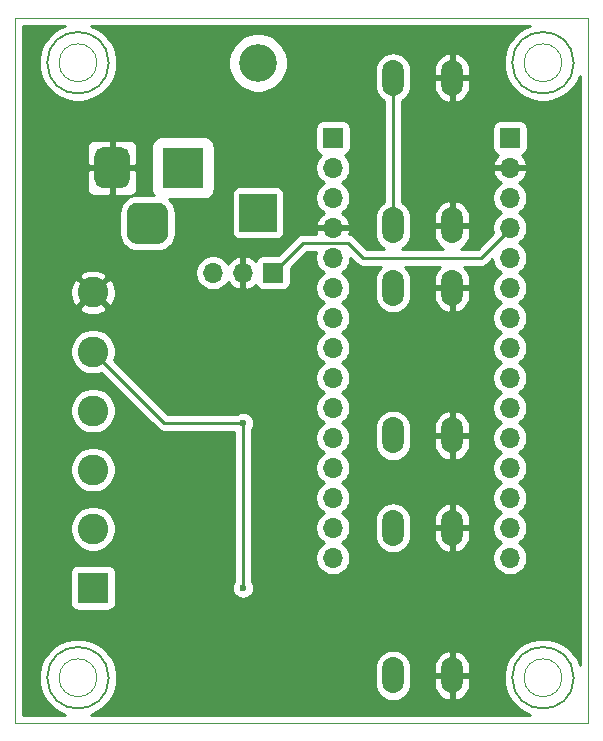
<source format=gbr>
G04 #@! TF.GenerationSoftware,KiCad,Pcbnew,5.1.9-73d0e3b20d~88~ubuntu20.04.1*
G04 #@! TF.CreationDate,2021-01-07T10:05:18+03:00*
G04 #@! TF.ProjectId,RGBschildSOT223,52474273-6368-4696-9c64-534f54323233,rev?*
G04 #@! TF.SameCoordinates,Original*
G04 #@! TF.FileFunction,Copper,L2,Bot*
G04 #@! TF.FilePolarity,Positive*
%FSLAX46Y46*%
G04 Gerber Fmt 4.6, Leading zero omitted, Abs format (unit mm)*
G04 Created by KiCad (PCBNEW 5.1.9-73d0e3b20d~88~ubuntu20.04.1) date 2021-01-07 10:05:18*
%MOMM*%
%LPD*%
G01*
G04 APERTURE LIST*
G04 #@! TA.AperFunction,Profile*
%ADD10C,0.100000*%
G04 #@! TD*
G04 #@! TA.AperFunction,NonConductor*
%ADD11C,0.150000*%
G04 #@! TD*
G04 #@! TA.AperFunction,ComponentPad*
%ADD12O,3.200000X3.200000*%
G04 #@! TD*
G04 #@! TA.AperFunction,ComponentPad*
%ADD13R,3.200000X3.200000*%
G04 #@! TD*
G04 #@! TA.AperFunction,ComponentPad*
%ADD14O,1.850000X3.048000*%
G04 #@! TD*
G04 #@! TA.AperFunction,ComponentPad*
%ADD15O,1.700000X1.700000*%
G04 #@! TD*
G04 #@! TA.AperFunction,ComponentPad*
%ADD16R,1.700000X1.700000*%
G04 #@! TD*
G04 #@! TA.AperFunction,ComponentPad*
%ADD17C,2.600000*%
G04 #@! TD*
G04 #@! TA.AperFunction,ComponentPad*
%ADD18R,2.600000X2.600000*%
G04 #@! TD*
G04 #@! TA.AperFunction,ComponentPad*
%ADD19R,3.500000X3.500000*%
G04 #@! TD*
G04 #@! TA.AperFunction,ViaPad*
%ADD20C,0.600000*%
G04 #@! TD*
G04 #@! TA.AperFunction,Conductor*
%ADD21C,0.250000*%
G04 #@! TD*
G04 #@! TA.AperFunction,Conductor*
%ADD22C,0.254000*%
G04 #@! TD*
G04 #@! TA.AperFunction,Conductor*
%ADD23C,0.100000*%
G04 #@! TD*
G04 APERTURE END LIST*
D10*
X159080000Y-116840000D02*
G75*
G03*
X159080000Y-116840000I-1600000J0D01*
G01*
D11*
X160080000Y-116840000D02*
G75*
G03*
X160080000Y-116840000I-2600000J0D01*
G01*
D10*
X119710000Y-116840000D02*
G75*
G03*
X119710000Y-116840000I-1600000J0D01*
G01*
D11*
X120710000Y-116840000D02*
G75*
G03*
X120710000Y-116840000I-2600000J0D01*
G01*
D10*
X159080000Y-64770000D02*
G75*
G03*
X159080000Y-64770000I-1600000J0D01*
G01*
D11*
X160080000Y-64770000D02*
G75*
G03*
X160080000Y-64770000I-2600000J0D01*
G01*
X120710000Y-64770000D02*
G75*
G03*
X120710000Y-64770000I-2600000J0D01*
G01*
D10*
X119710000Y-64770000D02*
G75*
G03*
X119710000Y-64770000I-1600000J0D01*
G01*
X112776000Y-60960000D02*
X161290000Y-60960000D01*
X112776000Y-60960000D02*
X112776000Y-120650000D01*
X161290000Y-120650000D02*
X161290000Y-60960000D01*
X112776000Y-120650000D02*
X161290000Y-120650000D01*
D12*
G04 #@! TO.P,D1,2*
G04 #@! TO.N,Net-(D1-Pad2)*
X133350000Y-64770000D03*
D13*
G04 #@! TO.P,D1,1*
G04 #@! TO.N,12V*
X133350000Y-77470000D03*
G04 #@! TD*
D14*
G04 #@! TO.P,SW3->D6,2*
G04 #@! TO.N,GND*
X149780000Y-104140000D03*
G04 #@! TO.P,SW3->D6,1*
G04 #@! TO.N,D6*
X144780000Y-104140000D03*
G04 #@! TO.P,SW3->D6,2*
G04 #@! TO.N,GND*
X149780000Y-116640000D03*
G04 #@! TO.P,SW3->D6,1*
G04 #@! TO.N,D6*
X144780000Y-116640000D03*
G04 #@! TD*
D15*
G04 #@! TO.P,P2,15*
G04 #@! TO.N,/13(SCK)*
X154686000Y-106680000D03*
G04 #@! TO.P,P2,14*
G04 #@! TO.N,Net-(P2-Pad14)*
X154686000Y-104140000D03*
G04 #@! TO.P,P2,13*
G04 #@! TO.N,/AREF*
X154686000Y-101600000D03*
G04 #@! TO.P,P2,12*
G04 #@! TO.N,A0*
X154686000Y-99060000D03*
G04 #@! TO.P,P2,11*
G04 #@! TO.N,/A1*
X154686000Y-96520000D03*
G04 #@! TO.P,P2,10*
G04 #@! TO.N,/A2*
X154686000Y-93980000D03*
G04 #@! TO.P,P2,9*
G04 #@! TO.N,/A3*
X154686000Y-91440000D03*
G04 #@! TO.P,P2,8*
G04 #@! TO.N,/A4*
X154686000Y-88900000D03*
G04 #@! TO.P,P2,7*
G04 #@! TO.N,/A5*
X154686000Y-86360000D03*
G04 #@! TO.P,P2,6*
G04 #@! TO.N,/A6*
X154686000Y-83820000D03*
G04 #@! TO.P,P2,5*
G04 #@! TO.N,/A7*
X154686000Y-81280000D03*
G04 #@! TO.P,P2,4*
G04 #@! TO.N,5V*
X154686000Y-78740000D03*
G04 #@! TO.P,P2,3*
G04 #@! TO.N,Net-(P2-Pad3)*
X154686000Y-76200000D03*
G04 #@! TO.P,P2,2*
G04 #@! TO.N,GND*
X154686000Y-73660000D03*
D16*
G04 #@! TO.P,P2,1*
G04 #@! TO.N,12V*
X154686000Y-71120000D03*
G04 #@! TD*
D14*
G04 #@! TO.P,SW2->D5,2*
G04 #@! TO.N,GND*
X149780000Y-83820000D03*
G04 #@! TO.P,SW2->D5,1*
G04 #@! TO.N,D5*
X144780000Y-83820000D03*
G04 #@! TO.P,SW2->D5,2*
G04 #@! TO.N,GND*
X149780000Y-96320000D03*
G04 #@! TO.P,SW2->D5,1*
G04 #@! TO.N,D5*
X144780000Y-96320000D03*
G04 #@! TD*
G04 #@! TO.P,SW1->D4,2*
G04 #@! TO.N,GND*
X149780000Y-66040000D03*
G04 #@! TO.P,SW1->D4,1*
G04 #@! TO.N,D4*
X144780000Y-66040000D03*
G04 #@! TO.P,SW1->D4,2*
G04 #@! TO.N,GND*
X149780000Y-78540000D03*
G04 #@! TO.P,SW1->D4,1*
G04 #@! TO.N,D4*
X144780000Y-78540000D03*
G04 #@! TD*
D15*
G04 #@! TO.P,P1,15*
G04 #@! TO.N,/12(MISO)*
X139700000Y-106680000D03*
G04 #@! TO.P,P1,14*
G04 #@! TO.N,D11*
X139700000Y-104140000D03*
G04 #@! TO.P,P1,13*
G04 #@! TO.N,D10*
X139700000Y-101600000D03*
G04 #@! TO.P,P1,12*
G04 #@! TO.N,D9*
X139700000Y-99060000D03*
G04 #@! TO.P,P1,11*
G04 #@! TO.N,/8*
X139700000Y-96520000D03*
G04 #@! TO.P,P1,10*
G04 #@! TO.N,/7*
X139700000Y-93980000D03*
G04 #@! TO.P,P1,9*
G04 #@! TO.N,D6*
X139700000Y-91440000D03*
G04 #@! TO.P,P1,8*
G04 #@! TO.N,D5*
X139700000Y-88900000D03*
G04 #@! TO.P,P1,7*
G04 #@! TO.N,D4*
X139700000Y-86360000D03*
G04 #@! TO.P,P1,6*
G04 #@! TO.N,D3*
X139700000Y-83820000D03*
G04 #@! TO.P,P1,5*
G04 #@! TO.N,D2*
X139700000Y-81280000D03*
G04 #@! TO.P,P1,4*
G04 #@! TO.N,GND*
X139700000Y-78740000D03*
G04 #@! TO.P,P1,3*
G04 #@! TO.N,/Reset*
X139700000Y-76200000D03*
G04 #@! TO.P,P1,2*
G04 #@! TO.N,/0(Rx)*
X139700000Y-73660000D03*
D16*
G04 #@! TO.P,P1,1*
G04 #@! TO.N,/1(Tx)*
X139700000Y-71120000D03*
G04 #@! TD*
D17*
G04 #@! TO.P,J3,6*
G04 #@! TO.N,GND*
X119380000Y-84220000D03*
G04 #@! TO.P,J3,5*
G04 #@! TO.N,12V*
X119380000Y-89220000D03*
G04 #@! TO.P,J3,4*
G04 #@! TO.N,R*
X119380000Y-94220000D03*
G04 #@! TO.P,J3,3*
G04 #@! TO.N,G*
X119380000Y-99220000D03*
G04 #@! TO.P,J3,2*
G04 #@! TO.N,B*
X119380000Y-104220000D03*
D18*
G04 #@! TO.P,J3,1*
G04 #@! TO.N,W*
X119380000Y-109220000D03*
G04 #@! TD*
G04 #@! TO.P,J2,3*
G04 #@! TO.N,N/C*
G04 #@! TA.AperFunction,ComponentPad*
G36*
G01*
X122250000Y-79235000D02*
X122250000Y-77485000D01*
G75*
G02*
X123125000Y-76610000I875000J0D01*
G01*
X124875000Y-76610000D01*
G75*
G02*
X125750000Y-77485000I0J-875000D01*
G01*
X125750000Y-79235000D01*
G75*
G02*
X124875000Y-80110000I-875000J0D01*
G01*
X123125000Y-80110000D01*
G75*
G02*
X122250000Y-79235000I0J875000D01*
G01*
G37*
G04 #@! TD.AperFunction*
G04 #@! TO.P,J2,2*
G04 #@! TO.N,GND*
G04 #@! TA.AperFunction,ComponentPad*
G36*
G01*
X119500000Y-74660000D02*
X119500000Y-72660000D01*
G75*
G02*
X120250000Y-71910000I750000J0D01*
G01*
X121750000Y-71910000D01*
G75*
G02*
X122500000Y-72660000I0J-750000D01*
G01*
X122500000Y-74660000D01*
G75*
G02*
X121750000Y-75410000I-750000J0D01*
G01*
X120250000Y-75410000D01*
G75*
G02*
X119500000Y-74660000I0J750000D01*
G01*
G37*
G04 #@! TD.AperFunction*
D19*
G04 #@! TO.P,J2,1*
G04 #@! TO.N,Net-(D1-Pad2)*
X127000000Y-73660000D03*
G04 #@! TD*
D15*
G04 #@! TO.P,J1,3*
G04 #@! TO.N,D2*
X129540000Y-82550000D03*
G04 #@! TO.P,J1,2*
G04 #@! TO.N,GND*
X132080000Y-82550000D03*
D16*
G04 #@! TO.P,J1,1*
G04 #@! TO.N,5V*
X134620000Y-82550000D03*
G04 #@! TD*
D20*
G04 #@! TO.N,GND*
X158750000Y-104140000D03*
X132080000Y-86360000D03*
X134620000Y-96520000D03*
X134620000Y-102870000D03*
X134620000Y-114300000D03*
G04 #@! TO.N,12V*
X132080000Y-95250000D03*
X132080000Y-109220000D03*
G04 #@! TD*
D21*
G04 #@! TO.N,12V*
X132080000Y-95250000D02*
X132080000Y-109220000D01*
X125410000Y-95250000D02*
X119380000Y-89220000D01*
X132080000Y-95250000D02*
X125410000Y-95250000D01*
G04 #@! TO.N,5V*
X154686000Y-78867000D02*
X152273000Y-81280000D01*
X152273000Y-81280000D02*
X142240000Y-81280000D01*
X142240000Y-81280000D02*
X140970000Y-80010000D01*
X137160000Y-80010000D02*
X134620000Y-82550000D01*
X140970000Y-80010000D02*
X137160000Y-80010000D01*
G04 #@! TO.N,D4*
X144780000Y-78540000D02*
X144780000Y-66040000D01*
G04 #@! TD*
D22*
G04 #@! TO.N,GND*
X116540249Y-61833202D02*
X115997470Y-62195875D01*
X115535875Y-62657470D01*
X115173202Y-63200249D01*
X114923389Y-63803352D01*
X114796035Y-64443603D01*
X114796035Y-65096397D01*
X114923389Y-65736648D01*
X115173202Y-66339751D01*
X115535875Y-66882530D01*
X115997470Y-67344125D01*
X116540249Y-67706798D01*
X117143352Y-67956611D01*
X117783603Y-68083965D01*
X118436397Y-68083965D01*
X119076648Y-67956611D01*
X119679751Y-67706798D01*
X120222530Y-67344125D01*
X120684125Y-66882530D01*
X121046798Y-66339751D01*
X121296611Y-65736648D01*
X121423965Y-65096397D01*
X121423965Y-64521112D01*
X130823000Y-64521112D01*
X130823000Y-65018888D01*
X130920111Y-65507099D01*
X131110602Y-65966983D01*
X131387151Y-66380869D01*
X131739131Y-66732849D01*
X132153017Y-67009398D01*
X132612901Y-67199889D01*
X133101112Y-67297000D01*
X133598888Y-67297000D01*
X134087099Y-67199889D01*
X134546983Y-67009398D01*
X134960869Y-66732849D01*
X135312849Y-66380869D01*
X135589398Y-65966983D01*
X135779889Y-65507099D01*
X135877000Y-65018888D01*
X135877000Y-64521112D01*
X135779889Y-64032901D01*
X135589398Y-63573017D01*
X135312849Y-63159131D01*
X134960869Y-62807151D01*
X134546983Y-62530602D01*
X134087099Y-62340111D01*
X133598888Y-62243000D01*
X133101112Y-62243000D01*
X132612901Y-62340111D01*
X132153017Y-62530602D01*
X131739131Y-62807151D01*
X131387151Y-63159131D01*
X131110602Y-63573017D01*
X130920111Y-64032901D01*
X130823000Y-64521112D01*
X121423965Y-64521112D01*
X121423965Y-64443603D01*
X121296611Y-63803352D01*
X121046798Y-63200249D01*
X120684125Y-62657470D01*
X120222530Y-62195875D01*
X119679751Y-61833202D01*
X119225390Y-61645000D01*
X156364610Y-61645000D01*
X155910249Y-61833202D01*
X155367470Y-62195875D01*
X154905875Y-62657470D01*
X154543202Y-63200249D01*
X154293389Y-63803352D01*
X154166035Y-64443603D01*
X154166035Y-65096397D01*
X154293389Y-65736648D01*
X154543202Y-66339751D01*
X154905875Y-66882530D01*
X155367470Y-67344125D01*
X155910249Y-67706798D01*
X156513352Y-67956611D01*
X157153603Y-68083965D01*
X157806397Y-68083965D01*
X158446648Y-67956611D01*
X159049751Y-67706798D01*
X159592530Y-67344125D01*
X160054125Y-66882530D01*
X160416798Y-66339751D01*
X160605001Y-65885388D01*
X160605000Y-115724610D01*
X160416798Y-115270249D01*
X160054125Y-114727470D01*
X159592530Y-114265875D01*
X159049751Y-113903202D01*
X158446648Y-113653389D01*
X157806397Y-113526035D01*
X157153603Y-113526035D01*
X156513352Y-113653389D01*
X155910249Y-113903202D01*
X155367470Y-114265875D01*
X154905875Y-114727470D01*
X154543202Y-115270249D01*
X154293389Y-115873352D01*
X154166035Y-116513603D01*
X154166035Y-117166397D01*
X154293389Y-117806648D01*
X154543202Y-118409751D01*
X154905875Y-118952530D01*
X155367470Y-119414125D01*
X155910249Y-119776798D01*
X156364610Y-119965000D01*
X119225390Y-119965000D01*
X119679751Y-119776798D01*
X120222530Y-119414125D01*
X120684125Y-118952530D01*
X121046798Y-118409751D01*
X121296611Y-117806648D01*
X121423965Y-117166397D01*
X121423965Y-116513603D01*
X121314715Y-115964364D01*
X143220000Y-115964364D01*
X143220000Y-117315635D01*
X143242572Y-117544812D01*
X143331774Y-117838874D01*
X143476631Y-118109882D01*
X143671576Y-118347424D01*
X143909117Y-118542369D01*
X144180125Y-118687226D01*
X144474187Y-118776428D01*
X144780000Y-118806548D01*
X145085812Y-118776428D01*
X145379874Y-118687226D01*
X145650882Y-118542369D01*
X145888424Y-118347424D01*
X146083369Y-118109883D01*
X146228226Y-117838875D01*
X146317428Y-117544813D01*
X146340000Y-117315636D01*
X146340000Y-116767000D01*
X148220000Y-116767000D01*
X148220000Y-117366000D01*
X148274751Y-117667901D01*
X148387348Y-117953319D01*
X148553464Y-118211286D01*
X148766715Y-118431889D01*
X149018906Y-118606650D01*
X149300345Y-118728853D01*
X149411336Y-118754812D01*
X149653000Y-118634483D01*
X149653000Y-116767000D01*
X149907000Y-116767000D01*
X149907000Y-118634483D01*
X150148664Y-118754812D01*
X150259655Y-118728853D01*
X150541094Y-118606650D01*
X150793285Y-118431889D01*
X151006536Y-118211286D01*
X151172652Y-117953319D01*
X151285249Y-117667901D01*
X151340000Y-117366000D01*
X151340000Y-116767000D01*
X149907000Y-116767000D01*
X149653000Y-116767000D01*
X148220000Y-116767000D01*
X146340000Y-116767000D01*
X146340000Y-115964364D01*
X146335040Y-115914000D01*
X148220000Y-115914000D01*
X148220000Y-116513000D01*
X149653000Y-116513000D01*
X149653000Y-114645517D01*
X149907000Y-114645517D01*
X149907000Y-116513000D01*
X151340000Y-116513000D01*
X151340000Y-115914000D01*
X151285249Y-115612099D01*
X151172652Y-115326681D01*
X151006536Y-115068714D01*
X150793285Y-114848111D01*
X150541094Y-114673350D01*
X150259655Y-114551147D01*
X150148664Y-114525188D01*
X149907000Y-114645517D01*
X149653000Y-114645517D01*
X149411336Y-114525188D01*
X149300345Y-114551147D01*
X149018906Y-114673350D01*
X148766715Y-114848111D01*
X148553464Y-115068714D01*
X148387348Y-115326681D01*
X148274751Y-115612099D01*
X148220000Y-115914000D01*
X146335040Y-115914000D01*
X146317428Y-115735187D01*
X146228226Y-115441125D01*
X146083369Y-115170117D01*
X145888424Y-114932576D01*
X145650883Y-114737631D01*
X145379875Y-114592774D01*
X145085813Y-114503572D01*
X144780000Y-114473452D01*
X144474188Y-114503572D01*
X144180126Y-114592774D01*
X143909118Y-114737631D01*
X143671577Y-114932576D01*
X143476632Y-115170117D01*
X143331774Y-115441125D01*
X143242572Y-115735187D01*
X143220000Y-115964364D01*
X121314715Y-115964364D01*
X121296611Y-115873352D01*
X121046798Y-115270249D01*
X120684125Y-114727470D01*
X120222530Y-114265875D01*
X119679751Y-113903202D01*
X119076648Y-113653389D01*
X118436397Y-113526035D01*
X117783603Y-113526035D01*
X117143352Y-113653389D01*
X116540249Y-113903202D01*
X115997470Y-114265875D01*
X115535875Y-114727470D01*
X115173202Y-115270249D01*
X114923389Y-115873352D01*
X114796035Y-116513603D01*
X114796035Y-117166397D01*
X114923389Y-117806648D01*
X115173202Y-118409751D01*
X115535875Y-118952530D01*
X115997470Y-119414125D01*
X116540249Y-119776798D01*
X116994610Y-119965000D01*
X113461000Y-119965000D01*
X113461000Y-107920000D01*
X117441928Y-107920000D01*
X117441928Y-110520000D01*
X117454188Y-110644482D01*
X117490498Y-110764180D01*
X117549463Y-110874494D01*
X117628815Y-110971185D01*
X117725506Y-111050537D01*
X117835820Y-111109502D01*
X117955518Y-111145812D01*
X118080000Y-111158072D01*
X120680000Y-111158072D01*
X120804482Y-111145812D01*
X120924180Y-111109502D01*
X121034494Y-111050537D01*
X121131185Y-110971185D01*
X121210537Y-110874494D01*
X121269502Y-110764180D01*
X121305812Y-110644482D01*
X121318072Y-110520000D01*
X121318072Y-107920000D01*
X121305812Y-107795518D01*
X121269502Y-107675820D01*
X121210537Y-107565506D01*
X121131185Y-107468815D01*
X121034494Y-107389463D01*
X120924180Y-107330498D01*
X120804482Y-107294188D01*
X120680000Y-107281928D01*
X118080000Y-107281928D01*
X117955518Y-107294188D01*
X117835820Y-107330498D01*
X117725506Y-107389463D01*
X117628815Y-107468815D01*
X117549463Y-107565506D01*
X117490498Y-107675820D01*
X117454188Y-107795518D01*
X117441928Y-107920000D01*
X113461000Y-107920000D01*
X113461000Y-104029419D01*
X117445000Y-104029419D01*
X117445000Y-104410581D01*
X117519361Y-104784419D01*
X117665225Y-105136566D01*
X117876987Y-105453491D01*
X118146509Y-105723013D01*
X118463434Y-105934775D01*
X118815581Y-106080639D01*
X119189419Y-106155000D01*
X119570581Y-106155000D01*
X119944419Y-106080639D01*
X120296566Y-105934775D01*
X120613491Y-105723013D01*
X120883013Y-105453491D01*
X121094775Y-105136566D01*
X121240639Y-104784419D01*
X121315000Y-104410581D01*
X121315000Y-104029419D01*
X121240639Y-103655581D01*
X121094775Y-103303434D01*
X120883013Y-102986509D01*
X120613491Y-102716987D01*
X120296566Y-102505225D01*
X119944419Y-102359361D01*
X119570581Y-102285000D01*
X119189419Y-102285000D01*
X118815581Y-102359361D01*
X118463434Y-102505225D01*
X118146509Y-102716987D01*
X117876987Y-102986509D01*
X117665225Y-103303434D01*
X117519361Y-103655581D01*
X117445000Y-104029419D01*
X113461000Y-104029419D01*
X113461000Y-99029419D01*
X117445000Y-99029419D01*
X117445000Y-99410581D01*
X117519361Y-99784419D01*
X117665225Y-100136566D01*
X117876987Y-100453491D01*
X118146509Y-100723013D01*
X118463434Y-100934775D01*
X118815581Y-101080639D01*
X119189419Y-101155000D01*
X119570581Y-101155000D01*
X119944419Y-101080639D01*
X120296566Y-100934775D01*
X120613491Y-100723013D01*
X120883013Y-100453491D01*
X121094775Y-100136566D01*
X121240639Y-99784419D01*
X121315000Y-99410581D01*
X121315000Y-99029419D01*
X121240639Y-98655581D01*
X121094775Y-98303434D01*
X120883013Y-97986509D01*
X120613491Y-97716987D01*
X120296566Y-97505225D01*
X119944419Y-97359361D01*
X119570581Y-97285000D01*
X119189419Y-97285000D01*
X118815581Y-97359361D01*
X118463434Y-97505225D01*
X118146509Y-97716987D01*
X117876987Y-97986509D01*
X117665225Y-98303434D01*
X117519361Y-98655581D01*
X117445000Y-99029419D01*
X113461000Y-99029419D01*
X113461000Y-94029419D01*
X117445000Y-94029419D01*
X117445000Y-94410581D01*
X117519361Y-94784419D01*
X117665225Y-95136566D01*
X117876987Y-95453491D01*
X118146509Y-95723013D01*
X118463434Y-95934775D01*
X118815581Y-96080639D01*
X119189419Y-96155000D01*
X119570581Y-96155000D01*
X119944419Y-96080639D01*
X120296566Y-95934775D01*
X120613491Y-95723013D01*
X120883013Y-95453491D01*
X121094775Y-95136566D01*
X121240639Y-94784419D01*
X121315000Y-94410581D01*
X121315000Y-94029419D01*
X121240639Y-93655581D01*
X121094775Y-93303434D01*
X120883013Y-92986509D01*
X120613491Y-92716987D01*
X120296566Y-92505225D01*
X119944419Y-92359361D01*
X119570581Y-92285000D01*
X119189419Y-92285000D01*
X118815581Y-92359361D01*
X118463434Y-92505225D01*
X118146509Y-92716987D01*
X117876987Y-92986509D01*
X117665225Y-93303434D01*
X117519361Y-93655581D01*
X117445000Y-94029419D01*
X113461000Y-94029419D01*
X113461000Y-89029419D01*
X117445000Y-89029419D01*
X117445000Y-89410581D01*
X117519361Y-89784419D01*
X117665225Y-90136566D01*
X117876987Y-90453491D01*
X118146509Y-90723013D01*
X118463434Y-90934775D01*
X118815581Y-91080639D01*
X119189419Y-91155000D01*
X119570581Y-91155000D01*
X119944419Y-91080639D01*
X120100986Y-91015787D01*
X124846201Y-95761003D01*
X124869999Y-95790001D01*
X124985724Y-95884974D01*
X125117753Y-95955546D01*
X125261014Y-95999003D01*
X125372667Y-96010000D01*
X125372675Y-96010000D01*
X125410000Y-96013676D01*
X125447325Y-96010000D01*
X131320000Y-96010000D01*
X131320001Y-108674463D01*
X131251414Y-108777111D01*
X131180932Y-108947271D01*
X131145000Y-109127911D01*
X131145000Y-109312089D01*
X131180932Y-109492729D01*
X131251414Y-109662889D01*
X131353738Y-109816028D01*
X131483972Y-109946262D01*
X131637111Y-110048586D01*
X131807271Y-110119068D01*
X131987911Y-110155000D01*
X132172089Y-110155000D01*
X132352729Y-110119068D01*
X132522889Y-110048586D01*
X132676028Y-109946262D01*
X132806262Y-109816028D01*
X132908586Y-109662889D01*
X132979068Y-109492729D01*
X133015000Y-109312089D01*
X133015000Y-109127911D01*
X132979068Y-108947271D01*
X132908586Y-108777111D01*
X132840000Y-108674465D01*
X132840000Y-95795535D01*
X132908586Y-95692889D01*
X132979068Y-95522729D01*
X133015000Y-95342089D01*
X133015000Y-95157911D01*
X132979068Y-94977271D01*
X132908586Y-94807111D01*
X132806262Y-94653972D01*
X132676028Y-94523738D01*
X132522889Y-94421414D01*
X132352729Y-94350932D01*
X132172089Y-94315000D01*
X131987911Y-94315000D01*
X131807271Y-94350932D01*
X131637111Y-94421414D01*
X131534465Y-94490000D01*
X125724802Y-94490000D01*
X121175787Y-89940986D01*
X121240639Y-89784419D01*
X121315000Y-89410581D01*
X121315000Y-89029419D01*
X121240639Y-88655581D01*
X121094775Y-88303434D01*
X120883013Y-87986509D01*
X120613491Y-87716987D01*
X120296566Y-87505225D01*
X119944419Y-87359361D01*
X119570581Y-87285000D01*
X119189419Y-87285000D01*
X118815581Y-87359361D01*
X118463434Y-87505225D01*
X118146509Y-87716987D01*
X117876987Y-87986509D01*
X117665225Y-88303434D01*
X117519361Y-88655581D01*
X117445000Y-89029419D01*
X113461000Y-89029419D01*
X113461000Y-85569224D01*
X118210381Y-85569224D01*
X118342317Y-85864312D01*
X118683045Y-86035159D01*
X119050557Y-86136250D01*
X119430729Y-86163701D01*
X119808951Y-86116457D01*
X120170690Y-85996333D01*
X120417683Y-85864312D01*
X120549619Y-85569224D01*
X119380000Y-84399605D01*
X118210381Y-85569224D01*
X113461000Y-85569224D01*
X113461000Y-84270729D01*
X117436299Y-84270729D01*
X117483543Y-84648951D01*
X117603667Y-85010690D01*
X117735688Y-85257683D01*
X118030776Y-85389619D01*
X119200395Y-84220000D01*
X119559605Y-84220000D01*
X120729224Y-85389619D01*
X121024312Y-85257683D01*
X121195159Y-84916955D01*
X121296250Y-84549443D01*
X121323701Y-84169271D01*
X121276457Y-83791049D01*
X121156333Y-83429310D01*
X121024312Y-83182317D01*
X120729224Y-83050381D01*
X119559605Y-84220000D01*
X119200395Y-84220000D01*
X118030776Y-83050381D01*
X117735688Y-83182317D01*
X117564841Y-83523045D01*
X117463750Y-83890557D01*
X117436299Y-84270729D01*
X113461000Y-84270729D01*
X113461000Y-82870776D01*
X118210381Y-82870776D01*
X119380000Y-84040395D01*
X120549619Y-82870776D01*
X120417683Y-82575688D01*
X120076955Y-82404841D01*
X120072953Y-82403740D01*
X128055000Y-82403740D01*
X128055000Y-82696260D01*
X128112068Y-82983158D01*
X128224010Y-83253411D01*
X128386525Y-83496632D01*
X128593368Y-83703475D01*
X128836589Y-83865990D01*
X129106842Y-83977932D01*
X129393740Y-84035000D01*
X129686260Y-84035000D01*
X129973158Y-83977932D01*
X130243411Y-83865990D01*
X130486632Y-83703475D01*
X130693475Y-83496632D01*
X130815195Y-83314466D01*
X130884822Y-83431355D01*
X131079731Y-83647588D01*
X131313080Y-83821641D01*
X131575901Y-83946825D01*
X131723110Y-83991476D01*
X131953000Y-83870155D01*
X131953000Y-82677000D01*
X131933000Y-82677000D01*
X131933000Y-82423000D01*
X131953000Y-82423000D01*
X131953000Y-81229845D01*
X132207000Y-81229845D01*
X132207000Y-82423000D01*
X132227000Y-82423000D01*
X132227000Y-82677000D01*
X132207000Y-82677000D01*
X132207000Y-83870155D01*
X132436890Y-83991476D01*
X132584099Y-83946825D01*
X132846920Y-83821641D01*
X133080269Y-83647588D01*
X133156034Y-83563534D01*
X133180498Y-83644180D01*
X133239463Y-83754494D01*
X133318815Y-83851185D01*
X133415506Y-83930537D01*
X133525820Y-83989502D01*
X133645518Y-84025812D01*
X133770000Y-84038072D01*
X135470000Y-84038072D01*
X135594482Y-84025812D01*
X135714180Y-83989502D01*
X135824494Y-83930537D01*
X135921185Y-83851185D01*
X136000537Y-83754494D01*
X136059502Y-83644180D01*
X136095812Y-83524482D01*
X136108072Y-83400000D01*
X136108072Y-82136730D01*
X137474803Y-80770000D01*
X138303897Y-80770000D01*
X138272068Y-80846842D01*
X138215000Y-81133740D01*
X138215000Y-81426260D01*
X138272068Y-81713158D01*
X138384010Y-81983411D01*
X138546525Y-82226632D01*
X138753368Y-82433475D01*
X138927760Y-82550000D01*
X138753368Y-82666525D01*
X138546525Y-82873368D01*
X138384010Y-83116589D01*
X138272068Y-83386842D01*
X138215000Y-83673740D01*
X138215000Y-83966260D01*
X138272068Y-84253158D01*
X138384010Y-84523411D01*
X138546525Y-84766632D01*
X138753368Y-84973475D01*
X138927760Y-85090000D01*
X138753368Y-85206525D01*
X138546525Y-85413368D01*
X138384010Y-85656589D01*
X138272068Y-85926842D01*
X138215000Y-86213740D01*
X138215000Y-86506260D01*
X138272068Y-86793158D01*
X138384010Y-87063411D01*
X138546525Y-87306632D01*
X138753368Y-87513475D01*
X138927760Y-87630000D01*
X138753368Y-87746525D01*
X138546525Y-87953368D01*
X138384010Y-88196589D01*
X138272068Y-88466842D01*
X138215000Y-88753740D01*
X138215000Y-89046260D01*
X138272068Y-89333158D01*
X138384010Y-89603411D01*
X138546525Y-89846632D01*
X138753368Y-90053475D01*
X138927760Y-90170000D01*
X138753368Y-90286525D01*
X138546525Y-90493368D01*
X138384010Y-90736589D01*
X138272068Y-91006842D01*
X138215000Y-91293740D01*
X138215000Y-91586260D01*
X138272068Y-91873158D01*
X138384010Y-92143411D01*
X138546525Y-92386632D01*
X138753368Y-92593475D01*
X138927760Y-92710000D01*
X138753368Y-92826525D01*
X138546525Y-93033368D01*
X138384010Y-93276589D01*
X138272068Y-93546842D01*
X138215000Y-93833740D01*
X138215000Y-94126260D01*
X138272068Y-94413158D01*
X138384010Y-94683411D01*
X138546525Y-94926632D01*
X138753368Y-95133475D01*
X138927760Y-95250000D01*
X138753368Y-95366525D01*
X138546525Y-95573368D01*
X138384010Y-95816589D01*
X138272068Y-96086842D01*
X138215000Y-96373740D01*
X138215000Y-96666260D01*
X138272068Y-96953158D01*
X138384010Y-97223411D01*
X138546525Y-97466632D01*
X138753368Y-97673475D01*
X138927760Y-97790000D01*
X138753368Y-97906525D01*
X138546525Y-98113368D01*
X138384010Y-98356589D01*
X138272068Y-98626842D01*
X138215000Y-98913740D01*
X138215000Y-99206260D01*
X138272068Y-99493158D01*
X138384010Y-99763411D01*
X138546525Y-100006632D01*
X138753368Y-100213475D01*
X138927760Y-100330000D01*
X138753368Y-100446525D01*
X138546525Y-100653368D01*
X138384010Y-100896589D01*
X138272068Y-101166842D01*
X138215000Y-101453740D01*
X138215000Y-101746260D01*
X138272068Y-102033158D01*
X138384010Y-102303411D01*
X138546525Y-102546632D01*
X138753368Y-102753475D01*
X138927760Y-102870000D01*
X138753368Y-102986525D01*
X138546525Y-103193368D01*
X138384010Y-103436589D01*
X138272068Y-103706842D01*
X138215000Y-103993740D01*
X138215000Y-104286260D01*
X138272068Y-104573158D01*
X138384010Y-104843411D01*
X138546525Y-105086632D01*
X138753368Y-105293475D01*
X138927760Y-105410000D01*
X138753368Y-105526525D01*
X138546525Y-105733368D01*
X138384010Y-105976589D01*
X138272068Y-106246842D01*
X138215000Y-106533740D01*
X138215000Y-106826260D01*
X138272068Y-107113158D01*
X138384010Y-107383411D01*
X138546525Y-107626632D01*
X138753368Y-107833475D01*
X138996589Y-107995990D01*
X139266842Y-108107932D01*
X139553740Y-108165000D01*
X139846260Y-108165000D01*
X140133158Y-108107932D01*
X140403411Y-107995990D01*
X140646632Y-107833475D01*
X140853475Y-107626632D01*
X141015990Y-107383411D01*
X141127932Y-107113158D01*
X141185000Y-106826260D01*
X141185000Y-106533740D01*
X141127932Y-106246842D01*
X141015990Y-105976589D01*
X140853475Y-105733368D01*
X140646632Y-105526525D01*
X140472240Y-105410000D01*
X140646632Y-105293475D01*
X140853475Y-105086632D01*
X141015990Y-104843411D01*
X141127932Y-104573158D01*
X141185000Y-104286260D01*
X141185000Y-103993740D01*
X141127932Y-103706842D01*
X141027495Y-103464364D01*
X143220000Y-103464364D01*
X143220000Y-104815635D01*
X143242572Y-105044812D01*
X143331774Y-105338874D01*
X143476631Y-105609882D01*
X143671576Y-105847424D01*
X143909117Y-106042369D01*
X144180125Y-106187226D01*
X144474187Y-106276428D01*
X144780000Y-106306548D01*
X145085812Y-106276428D01*
X145379874Y-106187226D01*
X145650882Y-106042369D01*
X145888424Y-105847424D01*
X146083369Y-105609883D01*
X146228226Y-105338875D01*
X146317428Y-105044813D01*
X146340000Y-104815636D01*
X146340000Y-104267000D01*
X148220000Y-104267000D01*
X148220000Y-104866000D01*
X148274751Y-105167901D01*
X148387348Y-105453319D01*
X148553464Y-105711286D01*
X148766715Y-105931889D01*
X149018906Y-106106650D01*
X149300345Y-106228853D01*
X149411336Y-106254812D01*
X149653000Y-106134483D01*
X149653000Y-104267000D01*
X149907000Y-104267000D01*
X149907000Y-106134483D01*
X150148664Y-106254812D01*
X150259655Y-106228853D01*
X150541094Y-106106650D01*
X150793285Y-105931889D01*
X151006536Y-105711286D01*
X151172652Y-105453319D01*
X151285249Y-105167901D01*
X151340000Y-104866000D01*
X151340000Y-104267000D01*
X149907000Y-104267000D01*
X149653000Y-104267000D01*
X148220000Y-104267000D01*
X146340000Y-104267000D01*
X146340000Y-103464364D01*
X146335040Y-103414000D01*
X148220000Y-103414000D01*
X148220000Y-104013000D01*
X149653000Y-104013000D01*
X149653000Y-102145517D01*
X149907000Y-102145517D01*
X149907000Y-104013000D01*
X151340000Y-104013000D01*
X151340000Y-103414000D01*
X151285249Y-103112099D01*
X151172652Y-102826681D01*
X151006536Y-102568714D01*
X150793285Y-102348111D01*
X150541094Y-102173350D01*
X150259655Y-102051147D01*
X150148664Y-102025188D01*
X149907000Y-102145517D01*
X149653000Y-102145517D01*
X149411336Y-102025188D01*
X149300345Y-102051147D01*
X149018906Y-102173350D01*
X148766715Y-102348111D01*
X148553464Y-102568714D01*
X148387348Y-102826681D01*
X148274751Y-103112099D01*
X148220000Y-103414000D01*
X146335040Y-103414000D01*
X146317428Y-103235187D01*
X146228226Y-102941125D01*
X146083369Y-102670117D01*
X145888424Y-102432576D01*
X145650883Y-102237631D01*
X145379875Y-102092774D01*
X145085813Y-102003572D01*
X144780000Y-101973452D01*
X144474188Y-102003572D01*
X144180126Y-102092774D01*
X143909118Y-102237631D01*
X143671577Y-102432576D01*
X143476632Y-102670117D01*
X143331774Y-102941125D01*
X143242572Y-103235187D01*
X143220000Y-103464364D01*
X141027495Y-103464364D01*
X141015990Y-103436589D01*
X140853475Y-103193368D01*
X140646632Y-102986525D01*
X140472240Y-102870000D01*
X140646632Y-102753475D01*
X140853475Y-102546632D01*
X141015990Y-102303411D01*
X141127932Y-102033158D01*
X141185000Y-101746260D01*
X141185000Y-101453740D01*
X141127932Y-101166842D01*
X141015990Y-100896589D01*
X140853475Y-100653368D01*
X140646632Y-100446525D01*
X140472240Y-100330000D01*
X140646632Y-100213475D01*
X140853475Y-100006632D01*
X141015990Y-99763411D01*
X141127932Y-99493158D01*
X141185000Y-99206260D01*
X141185000Y-98913740D01*
X141127932Y-98626842D01*
X141015990Y-98356589D01*
X140853475Y-98113368D01*
X140646632Y-97906525D01*
X140472240Y-97790000D01*
X140646632Y-97673475D01*
X140853475Y-97466632D01*
X141015990Y-97223411D01*
X141127932Y-96953158D01*
X141185000Y-96666260D01*
X141185000Y-96373740D01*
X141127932Y-96086842D01*
X141015990Y-95816589D01*
X140900913Y-95644364D01*
X143220000Y-95644364D01*
X143220000Y-96995635D01*
X143242572Y-97224812D01*
X143331774Y-97518874D01*
X143476631Y-97789882D01*
X143671576Y-98027424D01*
X143909117Y-98222369D01*
X144180125Y-98367226D01*
X144474187Y-98456428D01*
X144780000Y-98486548D01*
X145085812Y-98456428D01*
X145379874Y-98367226D01*
X145650882Y-98222369D01*
X145888424Y-98027424D01*
X146083369Y-97789883D01*
X146228226Y-97518875D01*
X146317428Y-97224813D01*
X146340000Y-96995636D01*
X146340000Y-96447000D01*
X148220000Y-96447000D01*
X148220000Y-97046000D01*
X148274751Y-97347901D01*
X148387348Y-97633319D01*
X148553464Y-97891286D01*
X148766715Y-98111889D01*
X149018906Y-98286650D01*
X149300345Y-98408853D01*
X149411336Y-98434812D01*
X149653000Y-98314483D01*
X149653000Y-96447000D01*
X149907000Y-96447000D01*
X149907000Y-98314483D01*
X150148664Y-98434812D01*
X150259655Y-98408853D01*
X150541094Y-98286650D01*
X150793285Y-98111889D01*
X151006536Y-97891286D01*
X151172652Y-97633319D01*
X151285249Y-97347901D01*
X151340000Y-97046000D01*
X151340000Y-96447000D01*
X149907000Y-96447000D01*
X149653000Y-96447000D01*
X148220000Y-96447000D01*
X146340000Y-96447000D01*
X146340000Y-95644364D01*
X146335040Y-95594000D01*
X148220000Y-95594000D01*
X148220000Y-96193000D01*
X149653000Y-96193000D01*
X149653000Y-94325517D01*
X149907000Y-94325517D01*
X149907000Y-96193000D01*
X151340000Y-96193000D01*
X151340000Y-95594000D01*
X151285249Y-95292099D01*
X151172652Y-95006681D01*
X151006536Y-94748714D01*
X150793285Y-94528111D01*
X150541094Y-94353350D01*
X150259655Y-94231147D01*
X150148664Y-94205188D01*
X149907000Y-94325517D01*
X149653000Y-94325517D01*
X149411336Y-94205188D01*
X149300345Y-94231147D01*
X149018906Y-94353350D01*
X148766715Y-94528111D01*
X148553464Y-94748714D01*
X148387348Y-95006681D01*
X148274751Y-95292099D01*
X148220000Y-95594000D01*
X146335040Y-95594000D01*
X146317428Y-95415187D01*
X146228226Y-95121125D01*
X146083369Y-94850117D01*
X145888424Y-94612576D01*
X145650883Y-94417631D01*
X145379875Y-94272774D01*
X145085813Y-94183572D01*
X144780000Y-94153452D01*
X144474188Y-94183572D01*
X144180126Y-94272774D01*
X143909118Y-94417631D01*
X143671577Y-94612576D01*
X143476632Y-94850117D01*
X143331774Y-95121125D01*
X143242572Y-95415187D01*
X143220000Y-95644364D01*
X140900913Y-95644364D01*
X140853475Y-95573368D01*
X140646632Y-95366525D01*
X140472240Y-95250000D01*
X140646632Y-95133475D01*
X140853475Y-94926632D01*
X141015990Y-94683411D01*
X141127932Y-94413158D01*
X141185000Y-94126260D01*
X141185000Y-93833740D01*
X141127932Y-93546842D01*
X141015990Y-93276589D01*
X140853475Y-93033368D01*
X140646632Y-92826525D01*
X140472240Y-92710000D01*
X140646632Y-92593475D01*
X140853475Y-92386632D01*
X141015990Y-92143411D01*
X141127932Y-91873158D01*
X141185000Y-91586260D01*
X141185000Y-91293740D01*
X141127932Y-91006842D01*
X141015990Y-90736589D01*
X140853475Y-90493368D01*
X140646632Y-90286525D01*
X140472240Y-90170000D01*
X140646632Y-90053475D01*
X140853475Y-89846632D01*
X141015990Y-89603411D01*
X141127932Y-89333158D01*
X141185000Y-89046260D01*
X141185000Y-88753740D01*
X141127932Y-88466842D01*
X141015990Y-88196589D01*
X140853475Y-87953368D01*
X140646632Y-87746525D01*
X140472240Y-87630000D01*
X140646632Y-87513475D01*
X140853475Y-87306632D01*
X141015990Y-87063411D01*
X141127932Y-86793158D01*
X141185000Y-86506260D01*
X141185000Y-86213740D01*
X141127932Y-85926842D01*
X141015990Y-85656589D01*
X140853475Y-85413368D01*
X140646632Y-85206525D01*
X140472240Y-85090000D01*
X140646632Y-84973475D01*
X140853475Y-84766632D01*
X141015990Y-84523411D01*
X141127932Y-84253158D01*
X141185000Y-83966260D01*
X141185000Y-83673740D01*
X141127932Y-83386842D01*
X141015990Y-83116589D01*
X140853475Y-82873368D01*
X140646632Y-82666525D01*
X140472240Y-82550000D01*
X140646632Y-82433475D01*
X140853475Y-82226632D01*
X141015990Y-81983411D01*
X141127932Y-81713158D01*
X141185000Y-81426260D01*
X141185000Y-81299802D01*
X141676201Y-81791003D01*
X141699999Y-81820001D01*
X141815724Y-81914974D01*
X141947753Y-81985546D01*
X142091014Y-82029003D01*
X142202667Y-82040000D01*
X142202676Y-82040000D01*
X142239999Y-82043676D01*
X142277322Y-82040000D01*
X143760011Y-82040000D01*
X143671577Y-82112576D01*
X143476632Y-82350117D01*
X143331774Y-82621125D01*
X143242572Y-82915187D01*
X143220000Y-83144364D01*
X143220000Y-84495635D01*
X143242572Y-84724812D01*
X143331774Y-85018874D01*
X143476631Y-85289882D01*
X143671576Y-85527424D01*
X143909117Y-85722369D01*
X144180125Y-85867226D01*
X144474187Y-85956428D01*
X144780000Y-85986548D01*
X145085812Y-85956428D01*
X145379874Y-85867226D01*
X145650882Y-85722369D01*
X145888424Y-85527424D01*
X146083369Y-85289883D01*
X146228226Y-85018875D01*
X146317428Y-84724813D01*
X146340000Y-84495636D01*
X146340000Y-83947000D01*
X148220000Y-83947000D01*
X148220000Y-84546000D01*
X148274751Y-84847901D01*
X148387348Y-85133319D01*
X148553464Y-85391286D01*
X148766715Y-85611889D01*
X149018906Y-85786650D01*
X149300345Y-85908853D01*
X149411336Y-85934812D01*
X149653000Y-85814483D01*
X149653000Y-83947000D01*
X149907000Y-83947000D01*
X149907000Y-85814483D01*
X150148664Y-85934812D01*
X150259655Y-85908853D01*
X150541094Y-85786650D01*
X150793285Y-85611889D01*
X151006536Y-85391286D01*
X151172652Y-85133319D01*
X151285249Y-84847901D01*
X151340000Y-84546000D01*
X151340000Y-83947000D01*
X149907000Y-83947000D01*
X149653000Y-83947000D01*
X148220000Y-83947000D01*
X146340000Y-83947000D01*
X146340000Y-83144364D01*
X146317428Y-82915187D01*
X146228226Y-82621125D01*
X146083369Y-82350117D01*
X145888424Y-82112576D01*
X145799990Y-82040000D01*
X148755222Y-82040000D01*
X148553464Y-82248714D01*
X148387348Y-82506681D01*
X148274751Y-82792099D01*
X148220000Y-83094000D01*
X148220000Y-83693000D01*
X149653000Y-83693000D01*
X149653000Y-83673000D01*
X149907000Y-83673000D01*
X149907000Y-83693000D01*
X151340000Y-83693000D01*
X151340000Y-83094000D01*
X151285249Y-82792099D01*
X151172652Y-82506681D01*
X151006536Y-82248714D01*
X150804778Y-82040000D01*
X152235678Y-82040000D01*
X152273000Y-82043676D01*
X152310322Y-82040000D01*
X152310333Y-82040000D01*
X152421986Y-82029003D01*
X152565247Y-81985546D01*
X152697276Y-81914974D01*
X152813001Y-81820001D01*
X152836804Y-81790997D01*
X153201090Y-81426711D01*
X153258068Y-81713158D01*
X153370010Y-81983411D01*
X153532525Y-82226632D01*
X153739368Y-82433475D01*
X153913760Y-82550000D01*
X153739368Y-82666525D01*
X153532525Y-82873368D01*
X153370010Y-83116589D01*
X153258068Y-83386842D01*
X153201000Y-83673740D01*
X153201000Y-83966260D01*
X153258068Y-84253158D01*
X153370010Y-84523411D01*
X153532525Y-84766632D01*
X153739368Y-84973475D01*
X153913760Y-85090000D01*
X153739368Y-85206525D01*
X153532525Y-85413368D01*
X153370010Y-85656589D01*
X153258068Y-85926842D01*
X153201000Y-86213740D01*
X153201000Y-86506260D01*
X153258068Y-86793158D01*
X153370010Y-87063411D01*
X153532525Y-87306632D01*
X153739368Y-87513475D01*
X153913760Y-87630000D01*
X153739368Y-87746525D01*
X153532525Y-87953368D01*
X153370010Y-88196589D01*
X153258068Y-88466842D01*
X153201000Y-88753740D01*
X153201000Y-89046260D01*
X153258068Y-89333158D01*
X153370010Y-89603411D01*
X153532525Y-89846632D01*
X153739368Y-90053475D01*
X153913760Y-90170000D01*
X153739368Y-90286525D01*
X153532525Y-90493368D01*
X153370010Y-90736589D01*
X153258068Y-91006842D01*
X153201000Y-91293740D01*
X153201000Y-91586260D01*
X153258068Y-91873158D01*
X153370010Y-92143411D01*
X153532525Y-92386632D01*
X153739368Y-92593475D01*
X153913760Y-92710000D01*
X153739368Y-92826525D01*
X153532525Y-93033368D01*
X153370010Y-93276589D01*
X153258068Y-93546842D01*
X153201000Y-93833740D01*
X153201000Y-94126260D01*
X153258068Y-94413158D01*
X153370010Y-94683411D01*
X153532525Y-94926632D01*
X153739368Y-95133475D01*
X153913760Y-95250000D01*
X153739368Y-95366525D01*
X153532525Y-95573368D01*
X153370010Y-95816589D01*
X153258068Y-96086842D01*
X153201000Y-96373740D01*
X153201000Y-96666260D01*
X153258068Y-96953158D01*
X153370010Y-97223411D01*
X153532525Y-97466632D01*
X153739368Y-97673475D01*
X153913760Y-97790000D01*
X153739368Y-97906525D01*
X153532525Y-98113368D01*
X153370010Y-98356589D01*
X153258068Y-98626842D01*
X153201000Y-98913740D01*
X153201000Y-99206260D01*
X153258068Y-99493158D01*
X153370010Y-99763411D01*
X153532525Y-100006632D01*
X153739368Y-100213475D01*
X153913760Y-100330000D01*
X153739368Y-100446525D01*
X153532525Y-100653368D01*
X153370010Y-100896589D01*
X153258068Y-101166842D01*
X153201000Y-101453740D01*
X153201000Y-101746260D01*
X153258068Y-102033158D01*
X153370010Y-102303411D01*
X153532525Y-102546632D01*
X153739368Y-102753475D01*
X153913760Y-102870000D01*
X153739368Y-102986525D01*
X153532525Y-103193368D01*
X153370010Y-103436589D01*
X153258068Y-103706842D01*
X153201000Y-103993740D01*
X153201000Y-104286260D01*
X153258068Y-104573158D01*
X153370010Y-104843411D01*
X153532525Y-105086632D01*
X153739368Y-105293475D01*
X153913760Y-105410000D01*
X153739368Y-105526525D01*
X153532525Y-105733368D01*
X153370010Y-105976589D01*
X153258068Y-106246842D01*
X153201000Y-106533740D01*
X153201000Y-106826260D01*
X153258068Y-107113158D01*
X153370010Y-107383411D01*
X153532525Y-107626632D01*
X153739368Y-107833475D01*
X153982589Y-107995990D01*
X154252842Y-108107932D01*
X154539740Y-108165000D01*
X154832260Y-108165000D01*
X155119158Y-108107932D01*
X155389411Y-107995990D01*
X155632632Y-107833475D01*
X155839475Y-107626632D01*
X156001990Y-107383411D01*
X156113932Y-107113158D01*
X156171000Y-106826260D01*
X156171000Y-106533740D01*
X156113932Y-106246842D01*
X156001990Y-105976589D01*
X155839475Y-105733368D01*
X155632632Y-105526525D01*
X155458240Y-105410000D01*
X155632632Y-105293475D01*
X155839475Y-105086632D01*
X156001990Y-104843411D01*
X156113932Y-104573158D01*
X156171000Y-104286260D01*
X156171000Y-103993740D01*
X156113932Y-103706842D01*
X156001990Y-103436589D01*
X155839475Y-103193368D01*
X155632632Y-102986525D01*
X155458240Y-102870000D01*
X155632632Y-102753475D01*
X155839475Y-102546632D01*
X156001990Y-102303411D01*
X156113932Y-102033158D01*
X156171000Y-101746260D01*
X156171000Y-101453740D01*
X156113932Y-101166842D01*
X156001990Y-100896589D01*
X155839475Y-100653368D01*
X155632632Y-100446525D01*
X155458240Y-100330000D01*
X155632632Y-100213475D01*
X155839475Y-100006632D01*
X156001990Y-99763411D01*
X156113932Y-99493158D01*
X156171000Y-99206260D01*
X156171000Y-98913740D01*
X156113932Y-98626842D01*
X156001990Y-98356589D01*
X155839475Y-98113368D01*
X155632632Y-97906525D01*
X155458240Y-97790000D01*
X155632632Y-97673475D01*
X155839475Y-97466632D01*
X156001990Y-97223411D01*
X156113932Y-96953158D01*
X156171000Y-96666260D01*
X156171000Y-96373740D01*
X156113932Y-96086842D01*
X156001990Y-95816589D01*
X155839475Y-95573368D01*
X155632632Y-95366525D01*
X155458240Y-95250000D01*
X155632632Y-95133475D01*
X155839475Y-94926632D01*
X156001990Y-94683411D01*
X156113932Y-94413158D01*
X156171000Y-94126260D01*
X156171000Y-93833740D01*
X156113932Y-93546842D01*
X156001990Y-93276589D01*
X155839475Y-93033368D01*
X155632632Y-92826525D01*
X155458240Y-92710000D01*
X155632632Y-92593475D01*
X155839475Y-92386632D01*
X156001990Y-92143411D01*
X156113932Y-91873158D01*
X156171000Y-91586260D01*
X156171000Y-91293740D01*
X156113932Y-91006842D01*
X156001990Y-90736589D01*
X155839475Y-90493368D01*
X155632632Y-90286525D01*
X155458240Y-90170000D01*
X155632632Y-90053475D01*
X155839475Y-89846632D01*
X156001990Y-89603411D01*
X156113932Y-89333158D01*
X156171000Y-89046260D01*
X156171000Y-88753740D01*
X156113932Y-88466842D01*
X156001990Y-88196589D01*
X155839475Y-87953368D01*
X155632632Y-87746525D01*
X155458240Y-87630000D01*
X155632632Y-87513475D01*
X155839475Y-87306632D01*
X156001990Y-87063411D01*
X156113932Y-86793158D01*
X156171000Y-86506260D01*
X156171000Y-86213740D01*
X156113932Y-85926842D01*
X156001990Y-85656589D01*
X155839475Y-85413368D01*
X155632632Y-85206525D01*
X155458240Y-85090000D01*
X155632632Y-84973475D01*
X155839475Y-84766632D01*
X156001990Y-84523411D01*
X156113932Y-84253158D01*
X156171000Y-83966260D01*
X156171000Y-83673740D01*
X156113932Y-83386842D01*
X156001990Y-83116589D01*
X155839475Y-82873368D01*
X155632632Y-82666525D01*
X155458240Y-82550000D01*
X155632632Y-82433475D01*
X155839475Y-82226632D01*
X156001990Y-81983411D01*
X156113932Y-81713158D01*
X156171000Y-81426260D01*
X156171000Y-81133740D01*
X156113932Y-80846842D01*
X156001990Y-80576589D01*
X155839475Y-80333368D01*
X155632632Y-80126525D01*
X155458240Y-80010000D01*
X155632632Y-79893475D01*
X155839475Y-79686632D01*
X156001990Y-79443411D01*
X156113932Y-79173158D01*
X156171000Y-78886260D01*
X156171000Y-78593740D01*
X156113932Y-78306842D01*
X156001990Y-78036589D01*
X155839475Y-77793368D01*
X155632632Y-77586525D01*
X155458240Y-77470000D01*
X155632632Y-77353475D01*
X155839475Y-77146632D01*
X156001990Y-76903411D01*
X156113932Y-76633158D01*
X156171000Y-76346260D01*
X156171000Y-76053740D01*
X156113932Y-75766842D01*
X156001990Y-75496589D01*
X155839475Y-75253368D01*
X155632632Y-75046525D01*
X155450466Y-74924805D01*
X155567355Y-74855178D01*
X155783588Y-74660269D01*
X155957641Y-74426920D01*
X156082825Y-74164099D01*
X156127476Y-74016890D01*
X156006155Y-73787000D01*
X154813000Y-73787000D01*
X154813000Y-73807000D01*
X154559000Y-73807000D01*
X154559000Y-73787000D01*
X153365845Y-73787000D01*
X153244524Y-74016890D01*
X153289175Y-74164099D01*
X153414359Y-74426920D01*
X153588412Y-74660269D01*
X153804645Y-74855178D01*
X153921534Y-74924805D01*
X153739368Y-75046525D01*
X153532525Y-75253368D01*
X153370010Y-75496589D01*
X153258068Y-75766842D01*
X153201000Y-76053740D01*
X153201000Y-76346260D01*
X153258068Y-76633158D01*
X153370010Y-76903411D01*
X153532525Y-77146632D01*
X153739368Y-77353475D01*
X153913760Y-77470000D01*
X153739368Y-77586525D01*
X153532525Y-77793368D01*
X153370010Y-78036589D01*
X153258068Y-78306842D01*
X153201000Y-78593740D01*
X153201000Y-78886260D01*
X153258068Y-79173158D01*
X153271826Y-79206373D01*
X151958199Y-80520000D01*
X150510348Y-80520000D01*
X150541094Y-80506650D01*
X150793285Y-80331889D01*
X151006536Y-80111286D01*
X151172652Y-79853319D01*
X151285249Y-79567901D01*
X151340000Y-79266000D01*
X151340000Y-78667000D01*
X149907000Y-78667000D01*
X149907000Y-78687000D01*
X149653000Y-78687000D01*
X149653000Y-78667000D01*
X148220000Y-78667000D01*
X148220000Y-79266000D01*
X148274751Y-79567901D01*
X148387348Y-79853319D01*
X148553464Y-80111286D01*
X148766715Y-80331889D01*
X149018906Y-80506650D01*
X149049652Y-80520000D01*
X145505645Y-80520000D01*
X145650882Y-80442369D01*
X145888424Y-80247424D01*
X146083369Y-80009883D01*
X146228226Y-79738875D01*
X146317428Y-79444813D01*
X146340000Y-79215636D01*
X146340000Y-77864364D01*
X146335040Y-77814000D01*
X148220000Y-77814000D01*
X148220000Y-78413000D01*
X149653000Y-78413000D01*
X149653000Y-76545517D01*
X149907000Y-76545517D01*
X149907000Y-78413000D01*
X151340000Y-78413000D01*
X151340000Y-77814000D01*
X151285249Y-77512099D01*
X151172652Y-77226681D01*
X151006536Y-76968714D01*
X150793285Y-76748111D01*
X150541094Y-76573350D01*
X150259655Y-76451147D01*
X150148664Y-76425188D01*
X149907000Y-76545517D01*
X149653000Y-76545517D01*
X149411336Y-76425188D01*
X149300345Y-76451147D01*
X149018906Y-76573350D01*
X148766715Y-76748111D01*
X148553464Y-76968714D01*
X148387348Y-77226681D01*
X148274751Y-77512099D01*
X148220000Y-77814000D01*
X146335040Y-77814000D01*
X146317428Y-77635187D01*
X146228226Y-77341125D01*
X146083369Y-77070117D01*
X145888424Y-76832576D01*
X145650883Y-76637631D01*
X145540000Y-76578363D01*
X145540000Y-70270000D01*
X153197928Y-70270000D01*
X153197928Y-71970000D01*
X153210188Y-72094482D01*
X153246498Y-72214180D01*
X153305463Y-72324494D01*
X153384815Y-72421185D01*
X153481506Y-72500537D01*
X153591820Y-72559502D01*
X153672466Y-72583966D01*
X153588412Y-72659731D01*
X153414359Y-72893080D01*
X153289175Y-73155901D01*
X153244524Y-73303110D01*
X153365845Y-73533000D01*
X154559000Y-73533000D01*
X154559000Y-73513000D01*
X154813000Y-73513000D01*
X154813000Y-73533000D01*
X156006155Y-73533000D01*
X156127476Y-73303110D01*
X156082825Y-73155901D01*
X155957641Y-72893080D01*
X155783588Y-72659731D01*
X155699534Y-72583966D01*
X155780180Y-72559502D01*
X155890494Y-72500537D01*
X155987185Y-72421185D01*
X156066537Y-72324494D01*
X156125502Y-72214180D01*
X156161812Y-72094482D01*
X156174072Y-71970000D01*
X156174072Y-70270000D01*
X156161812Y-70145518D01*
X156125502Y-70025820D01*
X156066537Y-69915506D01*
X155987185Y-69818815D01*
X155890494Y-69739463D01*
X155780180Y-69680498D01*
X155660482Y-69644188D01*
X155536000Y-69631928D01*
X153836000Y-69631928D01*
X153711518Y-69644188D01*
X153591820Y-69680498D01*
X153481506Y-69739463D01*
X153384815Y-69818815D01*
X153305463Y-69915506D01*
X153246498Y-70025820D01*
X153210188Y-70145518D01*
X153197928Y-70270000D01*
X145540000Y-70270000D01*
X145540000Y-68001637D01*
X145650882Y-67942369D01*
X145888424Y-67747424D01*
X146083369Y-67509883D01*
X146228226Y-67238875D01*
X146317428Y-66944813D01*
X146340000Y-66715636D01*
X146340000Y-66167000D01*
X148220000Y-66167000D01*
X148220000Y-66766000D01*
X148274751Y-67067901D01*
X148387348Y-67353319D01*
X148553464Y-67611286D01*
X148766715Y-67831889D01*
X149018906Y-68006650D01*
X149300345Y-68128853D01*
X149411336Y-68154812D01*
X149653000Y-68034483D01*
X149653000Y-66167000D01*
X149907000Y-66167000D01*
X149907000Y-68034483D01*
X150148664Y-68154812D01*
X150259655Y-68128853D01*
X150541094Y-68006650D01*
X150793285Y-67831889D01*
X151006536Y-67611286D01*
X151172652Y-67353319D01*
X151285249Y-67067901D01*
X151340000Y-66766000D01*
X151340000Y-66167000D01*
X149907000Y-66167000D01*
X149653000Y-66167000D01*
X148220000Y-66167000D01*
X146340000Y-66167000D01*
X146340000Y-65364364D01*
X146335040Y-65314000D01*
X148220000Y-65314000D01*
X148220000Y-65913000D01*
X149653000Y-65913000D01*
X149653000Y-64045517D01*
X149907000Y-64045517D01*
X149907000Y-65913000D01*
X151340000Y-65913000D01*
X151340000Y-65314000D01*
X151285249Y-65012099D01*
X151172652Y-64726681D01*
X151006536Y-64468714D01*
X150793285Y-64248111D01*
X150541094Y-64073350D01*
X150259655Y-63951147D01*
X150148664Y-63925188D01*
X149907000Y-64045517D01*
X149653000Y-64045517D01*
X149411336Y-63925188D01*
X149300345Y-63951147D01*
X149018906Y-64073350D01*
X148766715Y-64248111D01*
X148553464Y-64468714D01*
X148387348Y-64726681D01*
X148274751Y-65012099D01*
X148220000Y-65314000D01*
X146335040Y-65314000D01*
X146317428Y-65135187D01*
X146228226Y-64841125D01*
X146083369Y-64570117D01*
X145888424Y-64332576D01*
X145650883Y-64137631D01*
X145379875Y-63992774D01*
X145085813Y-63903572D01*
X144780000Y-63873452D01*
X144474188Y-63903572D01*
X144180126Y-63992774D01*
X143909118Y-64137631D01*
X143671577Y-64332576D01*
X143476632Y-64570117D01*
X143331774Y-64841125D01*
X143242572Y-65135187D01*
X143220000Y-65364364D01*
X143220000Y-66715635D01*
X143242572Y-66944812D01*
X143331774Y-67238874D01*
X143476631Y-67509882D01*
X143671576Y-67747424D01*
X143909117Y-67942369D01*
X144020001Y-68001638D01*
X144020000Y-76578363D01*
X143909118Y-76637631D01*
X143671577Y-76832576D01*
X143476632Y-77070117D01*
X143331774Y-77341125D01*
X143242572Y-77635187D01*
X143220000Y-77864364D01*
X143220000Y-79215635D01*
X143242572Y-79444812D01*
X143331774Y-79738874D01*
X143476631Y-80009882D01*
X143671576Y-80247424D01*
X143909117Y-80442369D01*
X144054354Y-80520000D01*
X142554802Y-80520000D01*
X141533804Y-79499003D01*
X141510001Y-79469999D01*
X141394276Y-79375026D01*
X141262247Y-79304454D01*
X141118986Y-79260997D01*
X141090130Y-79258155D01*
X141096825Y-79244099D01*
X141141476Y-79096890D01*
X141020155Y-78867000D01*
X139827000Y-78867000D01*
X139827000Y-78887000D01*
X139573000Y-78887000D01*
X139573000Y-78867000D01*
X138379845Y-78867000D01*
X138258524Y-79096890D01*
X138303175Y-79244099D01*
X138305986Y-79250000D01*
X137197322Y-79250000D01*
X137159999Y-79246324D01*
X137122676Y-79250000D01*
X137122667Y-79250000D01*
X137011014Y-79260997D01*
X136867753Y-79304454D01*
X136735724Y-79375026D01*
X136735722Y-79375027D01*
X136735723Y-79375027D01*
X136648996Y-79446201D01*
X136648992Y-79446205D01*
X136619999Y-79469999D01*
X136596205Y-79498992D01*
X135033270Y-81061928D01*
X133770000Y-81061928D01*
X133645518Y-81074188D01*
X133525820Y-81110498D01*
X133415506Y-81169463D01*
X133318815Y-81248815D01*
X133239463Y-81345506D01*
X133180498Y-81455820D01*
X133156034Y-81536466D01*
X133080269Y-81452412D01*
X132846920Y-81278359D01*
X132584099Y-81153175D01*
X132436890Y-81108524D01*
X132207000Y-81229845D01*
X131953000Y-81229845D01*
X131723110Y-81108524D01*
X131575901Y-81153175D01*
X131313080Y-81278359D01*
X131079731Y-81452412D01*
X130884822Y-81668645D01*
X130815195Y-81785534D01*
X130693475Y-81603368D01*
X130486632Y-81396525D01*
X130243411Y-81234010D01*
X129973158Y-81122068D01*
X129686260Y-81065000D01*
X129393740Y-81065000D01*
X129106842Y-81122068D01*
X128836589Y-81234010D01*
X128593368Y-81396525D01*
X128386525Y-81603368D01*
X128224010Y-81846589D01*
X128112068Y-82116842D01*
X128055000Y-82403740D01*
X120072953Y-82403740D01*
X119709443Y-82303750D01*
X119329271Y-82276299D01*
X118951049Y-82323543D01*
X118589310Y-82443667D01*
X118342317Y-82575688D01*
X118210381Y-82870776D01*
X113461000Y-82870776D01*
X113461000Y-77485000D01*
X121611928Y-77485000D01*
X121611928Y-79235000D01*
X121641001Y-79530186D01*
X121727104Y-79814028D01*
X121866927Y-80075618D01*
X122055097Y-80304903D01*
X122284382Y-80493073D01*
X122545972Y-80632896D01*
X122829814Y-80718999D01*
X123125000Y-80748072D01*
X124875000Y-80748072D01*
X125170186Y-80718999D01*
X125454028Y-80632896D01*
X125715618Y-80493073D01*
X125944903Y-80304903D01*
X126133073Y-80075618D01*
X126272896Y-79814028D01*
X126358999Y-79530186D01*
X126388072Y-79235000D01*
X126388072Y-77485000D01*
X126358999Y-77189814D01*
X126272896Y-76905972D01*
X126133073Y-76644382D01*
X125944903Y-76415097D01*
X125855207Y-76341485D01*
X128750000Y-76341485D01*
X128931724Y-76323587D01*
X129106464Y-76270580D01*
X129267505Y-76184501D01*
X129408659Y-76068659D01*
X129524501Y-75927505D01*
X129555238Y-75870000D01*
X131111928Y-75870000D01*
X131111928Y-79070000D01*
X131124188Y-79194482D01*
X131160498Y-79314180D01*
X131219463Y-79424494D01*
X131298815Y-79521185D01*
X131395506Y-79600537D01*
X131505820Y-79659502D01*
X131625518Y-79695812D01*
X131750000Y-79708072D01*
X134950000Y-79708072D01*
X135074482Y-79695812D01*
X135194180Y-79659502D01*
X135304494Y-79600537D01*
X135401185Y-79521185D01*
X135480537Y-79424494D01*
X135539502Y-79314180D01*
X135575812Y-79194482D01*
X135588072Y-79070000D01*
X135588072Y-75870000D01*
X135575812Y-75745518D01*
X135539502Y-75625820D01*
X135480537Y-75515506D01*
X135401185Y-75418815D01*
X135304494Y-75339463D01*
X135194180Y-75280498D01*
X135074482Y-75244188D01*
X134950000Y-75231928D01*
X131750000Y-75231928D01*
X131625518Y-75244188D01*
X131505820Y-75280498D01*
X131395506Y-75339463D01*
X131298815Y-75418815D01*
X131219463Y-75515506D01*
X131160498Y-75625820D01*
X131124188Y-75745518D01*
X131111928Y-75870000D01*
X129555238Y-75870000D01*
X129610580Y-75766464D01*
X129663587Y-75591724D01*
X129681485Y-75410000D01*
X129681485Y-71910000D01*
X129663587Y-71728276D01*
X129610580Y-71553536D01*
X129524501Y-71392495D01*
X129408659Y-71251341D01*
X129267505Y-71135499D01*
X129106464Y-71049420D01*
X128931724Y-70996413D01*
X128750000Y-70978515D01*
X125250000Y-70978515D01*
X125068276Y-70996413D01*
X124893536Y-71049420D01*
X124732495Y-71135499D01*
X124591341Y-71251341D01*
X124475499Y-71392495D01*
X124389420Y-71553536D01*
X124336413Y-71728276D01*
X124318515Y-71910000D01*
X124318515Y-75410000D01*
X124336413Y-75591724D01*
X124389420Y-75766464D01*
X124475499Y-75927505D01*
X124511956Y-75971928D01*
X123125000Y-75971928D01*
X122829814Y-76001001D01*
X122545972Y-76087104D01*
X122284382Y-76226927D01*
X122055097Y-76415097D01*
X121866927Y-76644382D01*
X121727104Y-76905972D01*
X121641001Y-77189814D01*
X121611928Y-77485000D01*
X113461000Y-77485000D01*
X113461000Y-75410000D01*
X118861928Y-75410000D01*
X118874188Y-75534482D01*
X118910498Y-75654180D01*
X118969463Y-75764494D01*
X119048815Y-75861185D01*
X119145506Y-75940537D01*
X119255820Y-75999502D01*
X119375518Y-76035812D01*
X119500000Y-76048072D01*
X120714250Y-76045000D01*
X120873000Y-75886250D01*
X120873000Y-73787000D01*
X121127000Y-73787000D01*
X121127000Y-75886250D01*
X121285750Y-76045000D01*
X122500000Y-76048072D01*
X122624482Y-76035812D01*
X122744180Y-75999502D01*
X122854494Y-75940537D01*
X122951185Y-75861185D01*
X123030537Y-75764494D01*
X123089502Y-75654180D01*
X123125812Y-75534482D01*
X123138072Y-75410000D01*
X123135000Y-73945750D01*
X122976250Y-73787000D01*
X121127000Y-73787000D01*
X120873000Y-73787000D01*
X119023750Y-73787000D01*
X118865000Y-73945750D01*
X118861928Y-75410000D01*
X113461000Y-75410000D01*
X113461000Y-71910000D01*
X118861928Y-71910000D01*
X118865000Y-73374250D01*
X119023750Y-73533000D01*
X120873000Y-73533000D01*
X120873000Y-71433750D01*
X121127000Y-71433750D01*
X121127000Y-73533000D01*
X122976250Y-73533000D01*
X123135000Y-73374250D01*
X123138072Y-71910000D01*
X123125812Y-71785518D01*
X123089502Y-71665820D01*
X123030537Y-71555506D01*
X122951185Y-71458815D01*
X122854494Y-71379463D01*
X122744180Y-71320498D01*
X122624482Y-71284188D01*
X122500000Y-71271928D01*
X121285750Y-71275000D01*
X121127000Y-71433750D01*
X120873000Y-71433750D01*
X120714250Y-71275000D01*
X119500000Y-71271928D01*
X119375518Y-71284188D01*
X119255820Y-71320498D01*
X119145506Y-71379463D01*
X119048815Y-71458815D01*
X118969463Y-71555506D01*
X118910498Y-71665820D01*
X118874188Y-71785518D01*
X118861928Y-71910000D01*
X113461000Y-71910000D01*
X113461000Y-70270000D01*
X138211928Y-70270000D01*
X138211928Y-71970000D01*
X138224188Y-72094482D01*
X138260498Y-72214180D01*
X138319463Y-72324494D01*
X138398815Y-72421185D01*
X138495506Y-72500537D01*
X138605820Y-72559502D01*
X138678380Y-72581513D01*
X138546525Y-72713368D01*
X138384010Y-72956589D01*
X138272068Y-73226842D01*
X138215000Y-73513740D01*
X138215000Y-73806260D01*
X138272068Y-74093158D01*
X138384010Y-74363411D01*
X138546525Y-74606632D01*
X138753368Y-74813475D01*
X138927760Y-74930000D01*
X138753368Y-75046525D01*
X138546525Y-75253368D01*
X138384010Y-75496589D01*
X138272068Y-75766842D01*
X138215000Y-76053740D01*
X138215000Y-76346260D01*
X138272068Y-76633158D01*
X138384010Y-76903411D01*
X138546525Y-77146632D01*
X138753368Y-77353475D01*
X138935534Y-77475195D01*
X138818645Y-77544822D01*
X138602412Y-77739731D01*
X138428359Y-77973080D01*
X138303175Y-78235901D01*
X138258524Y-78383110D01*
X138379845Y-78613000D01*
X139573000Y-78613000D01*
X139573000Y-78593000D01*
X139827000Y-78593000D01*
X139827000Y-78613000D01*
X141020155Y-78613000D01*
X141141476Y-78383110D01*
X141096825Y-78235901D01*
X140971641Y-77973080D01*
X140797588Y-77739731D01*
X140581355Y-77544822D01*
X140464466Y-77475195D01*
X140646632Y-77353475D01*
X140853475Y-77146632D01*
X141015990Y-76903411D01*
X141127932Y-76633158D01*
X141185000Y-76346260D01*
X141185000Y-76053740D01*
X141127932Y-75766842D01*
X141015990Y-75496589D01*
X140853475Y-75253368D01*
X140646632Y-75046525D01*
X140472240Y-74930000D01*
X140646632Y-74813475D01*
X140853475Y-74606632D01*
X141015990Y-74363411D01*
X141127932Y-74093158D01*
X141185000Y-73806260D01*
X141185000Y-73513740D01*
X141127932Y-73226842D01*
X141015990Y-72956589D01*
X140853475Y-72713368D01*
X140721620Y-72581513D01*
X140794180Y-72559502D01*
X140904494Y-72500537D01*
X141001185Y-72421185D01*
X141080537Y-72324494D01*
X141139502Y-72214180D01*
X141175812Y-72094482D01*
X141188072Y-71970000D01*
X141188072Y-70270000D01*
X141175812Y-70145518D01*
X141139502Y-70025820D01*
X141080537Y-69915506D01*
X141001185Y-69818815D01*
X140904494Y-69739463D01*
X140794180Y-69680498D01*
X140674482Y-69644188D01*
X140550000Y-69631928D01*
X138850000Y-69631928D01*
X138725518Y-69644188D01*
X138605820Y-69680498D01*
X138495506Y-69739463D01*
X138398815Y-69818815D01*
X138319463Y-69915506D01*
X138260498Y-70025820D01*
X138224188Y-70145518D01*
X138211928Y-70270000D01*
X113461000Y-70270000D01*
X113461000Y-61645000D01*
X116994610Y-61645000D01*
X116540249Y-61833202D01*
G04 #@! TA.AperFunction,Conductor*
D23*
G36*
X116540249Y-61833202D02*
G01*
X115997470Y-62195875D01*
X115535875Y-62657470D01*
X115173202Y-63200249D01*
X114923389Y-63803352D01*
X114796035Y-64443603D01*
X114796035Y-65096397D01*
X114923389Y-65736648D01*
X115173202Y-66339751D01*
X115535875Y-66882530D01*
X115997470Y-67344125D01*
X116540249Y-67706798D01*
X117143352Y-67956611D01*
X117783603Y-68083965D01*
X118436397Y-68083965D01*
X119076648Y-67956611D01*
X119679751Y-67706798D01*
X120222530Y-67344125D01*
X120684125Y-66882530D01*
X121046798Y-66339751D01*
X121296611Y-65736648D01*
X121423965Y-65096397D01*
X121423965Y-64521112D01*
X130823000Y-64521112D01*
X130823000Y-65018888D01*
X130920111Y-65507099D01*
X131110602Y-65966983D01*
X131387151Y-66380869D01*
X131739131Y-66732849D01*
X132153017Y-67009398D01*
X132612901Y-67199889D01*
X133101112Y-67297000D01*
X133598888Y-67297000D01*
X134087099Y-67199889D01*
X134546983Y-67009398D01*
X134960869Y-66732849D01*
X135312849Y-66380869D01*
X135589398Y-65966983D01*
X135779889Y-65507099D01*
X135877000Y-65018888D01*
X135877000Y-64521112D01*
X135779889Y-64032901D01*
X135589398Y-63573017D01*
X135312849Y-63159131D01*
X134960869Y-62807151D01*
X134546983Y-62530602D01*
X134087099Y-62340111D01*
X133598888Y-62243000D01*
X133101112Y-62243000D01*
X132612901Y-62340111D01*
X132153017Y-62530602D01*
X131739131Y-62807151D01*
X131387151Y-63159131D01*
X131110602Y-63573017D01*
X130920111Y-64032901D01*
X130823000Y-64521112D01*
X121423965Y-64521112D01*
X121423965Y-64443603D01*
X121296611Y-63803352D01*
X121046798Y-63200249D01*
X120684125Y-62657470D01*
X120222530Y-62195875D01*
X119679751Y-61833202D01*
X119225390Y-61645000D01*
X156364610Y-61645000D01*
X155910249Y-61833202D01*
X155367470Y-62195875D01*
X154905875Y-62657470D01*
X154543202Y-63200249D01*
X154293389Y-63803352D01*
X154166035Y-64443603D01*
X154166035Y-65096397D01*
X154293389Y-65736648D01*
X154543202Y-66339751D01*
X154905875Y-66882530D01*
X155367470Y-67344125D01*
X155910249Y-67706798D01*
X156513352Y-67956611D01*
X157153603Y-68083965D01*
X157806397Y-68083965D01*
X158446648Y-67956611D01*
X159049751Y-67706798D01*
X159592530Y-67344125D01*
X160054125Y-66882530D01*
X160416798Y-66339751D01*
X160605001Y-65885388D01*
X160605000Y-115724610D01*
X160416798Y-115270249D01*
X160054125Y-114727470D01*
X159592530Y-114265875D01*
X159049751Y-113903202D01*
X158446648Y-113653389D01*
X157806397Y-113526035D01*
X157153603Y-113526035D01*
X156513352Y-113653389D01*
X155910249Y-113903202D01*
X155367470Y-114265875D01*
X154905875Y-114727470D01*
X154543202Y-115270249D01*
X154293389Y-115873352D01*
X154166035Y-116513603D01*
X154166035Y-117166397D01*
X154293389Y-117806648D01*
X154543202Y-118409751D01*
X154905875Y-118952530D01*
X155367470Y-119414125D01*
X155910249Y-119776798D01*
X156364610Y-119965000D01*
X119225390Y-119965000D01*
X119679751Y-119776798D01*
X120222530Y-119414125D01*
X120684125Y-118952530D01*
X121046798Y-118409751D01*
X121296611Y-117806648D01*
X121423965Y-117166397D01*
X121423965Y-116513603D01*
X121314715Y-115964364D01*
X143220000Y-115964364D01*
X143220000Y-117315635D01*
X143242572Y-117544812D01*
X143331774Y-117838874D01*
X143476631Y-118109882D01*
X143671576Y-118347424D01*
X143909117Y-118542369D01*
X144180125Y-118687226D01*
X144474187Y-118776428D01*
X144780000Y-118806548D01*
X145085812Y-118776428D01*
X145379874Y-118687226D01*
X145650882Y-118542369D01*
X145888424Y-118347424D01*
X146083369Y-118109883D01*
X146228226Y-117838875D01*
X146317428Y-117544813D01*
X146340000Y-117315636D01*
X146340000Y-116767000D01*
X148220000Y-116767000D01*
X148220000Y-117366000D01*
X148274751Y-117667901D01*
X148387348Y-117953319D01*
X148553464Y-118211286D01*
X148766715Y-118431889D01*
X149018906Y-118606650D01*
X149300345Y-118728853D01*
X149411336Y-118754812D01*
X149653000Y-118634483D01*
X149653000Y-116767000D01*
X149907000Y-116767000D01*
X149907000Y-118634483D01*
X150148664Y-118754812D01*
X150259655Y-118728853D01*
X150541094Y-118606650D01*
X150793285Y-118431889D01*
X151006536Y-118211286D01*
X151172652Y-117953319D01*
X151285249Y-117667901D01*
X151340000Y-117366000D01*
X151340000Y-116767000D01*
X149907000Y-116767000D01*
X149653000Y-116767000D01*
X148220000Y-116767000D01*
X146340000Y-116767000D01*
X146340000Y-115964364D01*
X146335040Y-115914000D01*
X148220000Y-115914000D01*
X148220000Y-116513000D01*
X149653000Y-116513000D01*
X149653000Y-114645517D01*
X149907000Y-114645517D01*
X149907000Y-116513000D01*
X151340000Y-116513000D01*
X151340000Y-115914000D01*
X151285249Y-115612099D01*
X151172652Y-115326681D01*
X151006536Y-115068714D01*
X150793285Y-114848111D01*
X150541094Y-114673350D01*
X150259655Y-114551147D01*
X150148664Y-114525188D01*
X149907000Y-114645517D01*
X149653000Y-114645517D01*
X149411336Y-114525188D01*
X149300345Y-114551147D01*
X149018906Y-114673350D01*
X148766715Y-114848111D01*
X148553464Y-115068714D01*
X148387348Y-115326681D01*
X148274751Y-115612099D01*
X148220000Y-115914000D01*
X146335040Y-115914000D01*
X146317428Y-115735187D01*
X146228226Y-115441125D01*
X146083369Y-115170117D01*
X145888424Y-114932576D01*
X145650883Y-114737631D01*
X145379875Y-114592774D01*
X145085813Y-114503572D01*
X144780000Y-114473452D01*
X144474188Y-114503572D01*
X144180126Y-114592774D01*
X143909118Y-114737631D01*
X143671577Y-114932576D01*
X143476632Y-115170117D01*
X143331774Y-115441125D01*
X143242572Y-115735187D01*
X143220000Y-115964364D01*
X121314715Y-115964364D01*
X121296611Y-115873352D01*
X121046798Y-115270249D01*
X120684125Y-114727470D01*
X120222530Y-114265875D01*
X119679751Y-113903202D01*
X119076648Y-113653389D01*
X118436397Y-113526035D01*
X117783603Y-113526035D01*
X117143352Y-113653389D01*
X116540249Y-113903202D01*
X115997470Y-114265875D01*
X115535875Y-114727470D01*
X115173202Y-115270249D01*
X114923389Y-115873352D01*
X114796035Y-116513603D01*
X114796035Y-117166397D01*
X114923389Y-117806648D01*
X115173202Y-118409751D01*
X115535875Y-118952530D01*
X115997470Y-119414125D01*
X116540249Y-119776798D01*
X116994610Y-119965000D01*
X113461000Y-119965000D01*
X113461000Y-107920000D01*
X117441928Y-107920000D01*
X117441928Y-110520000D01*
X117454188Y-110644482D01*
X117490498Y-110764180D01*
X117549463Y-110874494D01*
X117628815Y-110971185D01*
X117725506Y-111050537D01*
X117835820Y-111109502D01*
X117955518Y-111145812D01*
X118080000Y-111158072D01*
X120680000Y-111158072D01*
X120804482Y-111145812D01*
X120924180Y-111109502D01*
X121034494Y-111050537D01*
X121131185Y-110971185D01*
X121210537Y-110874494D01*
X121269502Y-110764180D01*
X121305812Y-110644482D01*
X121318072Y-110520000D01*
X121318072Y-107920000D01*
X121305812Y-107795518D01*
X121269502Y-107675820D01*
X121210537Y-107565506D01*
X121131185Y-107468815D01*
X121034494Y-107389463D01*
X120924180Y-107330498D01*
X120804482Y-107294188D01*
X120680000Y-107281928D01*
X118080000Y-107281928D01*
X117955518Y-107294188D01*
X117835820Y-107330498D01*
X117725506Y-107389463D01*
X117628815Y-107468815D01*
X117549463Y-107565506D01*
X117490498Y-107675820D01*
X117454188Y-107795518D01*
X117441928Y-107920000D01*
X113461000Y-107920000D01*
X113461000Y-104029419D01*
X117445000Y-104029419D01*
X117445000Y-104410581D01*
X117519361Y-104784419D01*
X117665225Y-105136566D01*
X117876987Y-105453491D01*
X118146509Y-105723013D01*
X118463434Y-105934775D01*
X118815581Y-106080639D01*
X119189419Y-106155000D01*
X119570581Y-106155000D01*
X119944419Y-106080639D01*
X120296566Y-105934775D01*
X120613491Y-105723013D01*
X120883013Y-105453491D01*
X121094775Y-105136566D01*
X121240639Y-104784419D01*
X121315000Y-104410581D01*
X121315000Y-104029419D01*
X121240639Y-103655581D01*
X121094775Y-103303434D01*
X120883013Y-102986509D01*
X120613491Y-102716987D01*
X120296566Y-102505225D01*
X119944419Y-102359361D01*
X119570581Y-102285000D01*
X119189419Y-102285000D01*
X118815581Y-102359361D01*
X118463434Y-102505225D01*
X118146509Y-102716987D01*
X117876987Y-102986509D01*
X117665225Y-103303434D01*
X117519361Y-103655581D01*
X117445000Y-104029419D01*
X113461000Y-104029419D01*
X113461000Y-99029419D01*
X117445000Y-99029419D01*
X117445000Y-99410581D01*
X117519361Y-99784419D01*
X117665225Y-100136566D01*
X117876987Y-100453491D01*
X118146509Y-100723013D01*
X118463434Y-100934775D01*
X118815581Y-101080639D01*
X119189419Y-101155000D01*
X119570581Y-101155000D01*
X119944419Y-101080639D01*
X120296566Y-100934775D01*
X120613491Y-100723013D01*
X120883013Y-100453491D01*
X121094775Y-100136566D01*
X121240639Y-99784419D01*
X121315000Y-99410581D01*
X121315000Y-99029419D01*
X121240639Y-98655581D01*
X121094775Y-98303434D01*
X120883013Y-97986509D01*
X120613491Y-97716987D01*
X120296566Y-97505225D01*
X119944419Y-97359361D01*
X119570581Y-97285000D01*
X119189419Y-97285000D01*
X118815581Y-97359361D01*
X118463434Y-97505225D01*
X118146509Y-97716987D01*
X117876987Y-97986509D01*
X117665225Y-98303434D01*
X117519361Y-98655581D01*
X117445000Y-99029419D01*
X113461000Y-99029419D01*
X113461000Y-94029419D01*
X117445000Y-94029419D01*
X117445000Y-94410581D01*
X117519361Y-94784419D01*
X117665225Y-95136566D01*
X117876987Y-95453491D01*
X118146509Y-95723013D01*
X118463434Y-95934775D01*
X118815581Y-96080639D01*
X119189419Y-96155000D01*
X119570581Y-96155000D01*
X119944419Y-96080639D01*
X120296566Y-95934775D01*
X120613491Y-95723013D01*
X120883013Y-95453491D01*
X121094775Y-95136566D01*
X121240639Y-94784419D01*
X121315000Y-94410581D01*
X121315000Y-94029419D01*
X121240639Y-93655581D01*
X121094775Y-93303434D01*
X120883013Y-92986509D01*
X120613491Y-92716987D01*
X120296566Y-92505225D01*
X119944419Y-92359361D01*
X119570581Y-92285000D01*
X119189419Y-92285000D01*
X118815581Y-92359361D01*
X118463434Y-92505225D01*
X118146509Y-92716987D01*
X117876987Y-92986509D01*
X117665225Y-93303434D01*
X117519361Y-93655581D01*
X117445000Y-94029419D01*
X113461000Y-94029419D01*
X113461000Y-89029419D01*
X117445000Y-89029419D01*
X117445000Y-89410581D01*
X117519361Y-89784419D01*
X117665225Y-90136566D01*
X117876987Y-90453491D01*
X118146509Y-90723013D01*
X118463434Y-90934775D01*
X118815581Y-91080639D01*
X119189419Y-91155000D01*
X119570581Y-91155000D01*
X119944419Y-91080639D01*
X120100986Y-91015787D01*
X124846201Y-95761003D01*
X124869999Y-95790001D01*
X124985724Y-95884974D01*
X125117753Y-95955546D01*
X125261014Y-95999003D01*
X125372667Y-96010000D01*
X125372675Y-96010000D01*
X125410000Y-96013676D01*
X125447325Y-96010000D01*
X131320000Y-96010000D01*
X131320001Y-108674463D01*
X131251414Y-108777111D01*
X131180932Y-108947271D01*
X131145000Y-109127911D01*
X131145000Y-109312089D01*
X131180932Y-109492729D01*
X131251414Y-109662889D01*
X131353738Y-109816028D01*
X131483972Y-109946262D01*
X131637111Y-110048586D01*
X131807271Y-110119068D01*
X131987911Y-110155000D01*
X132172089Y-110155000D01*
X132352729Y-110119068D01*
X132522889Y-110048586D01*
X132676028Y-109946262D01*
X132806262Y-109816028D01*
X132908586Y-109662889D01*
X132979068Y-109492729D01*
X133015000Y-109312089D01*
X133015000Y-109127911D01*
X132979068Y-108947271D01*
X132908586Y-108777111D01*
X132840000Y-108674465D01*
X132840000Y-95795535D01*
X132908586Y-95692889D01*
X132979068Y-95522729D01*
X133015000Y-95342089D01*
X133015000Y-95157911D01*
X132979068Y-94977271D01*
X132908586Y-94807111D01*
X132806262Y-94653972D01*
X132676028Y-94523738D01*
X132522889Y-94421414D01*
X132352729Y-94350932D01*
X132172089Y-94315000D01*
X131987911Y-94315000D01*
X131807271Y-94350932D01*
X131637111Y-94421414D01*
X131534465Y-94490000D01*
X125724802Y-94490000D01*
X121175787Y-89940986D01*
X121240639Y-89784419D01*
X121315000Y-89410581D01*
X121315000Y-89029419D01*
X121240639Y-88655581D01*
X121094775Y-88303434D01*
X120883013Y-87986509D01*
X120613491Y-87716987D01*
X120296566Y-87505225D01*
X119944419Y-87359361D01*
X119570581Y-87285000D01*
X119189419Y-87285000D01*
X118815581Y-87359361D01*
X118463434Y-87505225D01*
X118146509Y-87716987D01*
X117876987Y-87986509D01*
X117665225Y-88303434D01*
X117519361Y-88655581D01*
X117445000Y-89029419D01*
X113461000Y-89029419D01*
X113461000Y-85569224D01*
X118210381Y-85569224D01*
X118342317Y-85864312D01*
X118683045Y-86035159D01*
X119050557Y-86136250D01*
X119430729Y-86163701D01*
X119808951Y-86116457D01*
X120170690Y-85996333D01*
X120417683Y-85864312D01*
X120549619Y-85569224D01*
X119380000Y-84399605D01*
X118210381Y-85569224D01*
X113461000Y-85569224D01*
X113461000Y-84270729D01*
X117436299Y-84270729D01*
X117483543Y-84648951D01*
X117603667Y-85010690D01*
X117735688Y-85257683D01*
X118030776Y-85389619D01*
X119200395Y-84220000D01*
X119559605Y-84220000D01*
X120729224Y-85389619D01*
X121024312Y-85257683D01*
X121195159Y-84916955D01*
X121296250Y-84549443D01*
X121323701Y-84169271D01*
X121276457Y-83791049D01*
X121156333Y-83429310D01*
X121024312Y-83182317D01*
X120729224Y-83050381D01*
X119559605Y-84220000D01*
X119200395Y-84220000D01*
X118030776Y-83050381D01*
X117735688Y-83182317D01*
X117564841Y-83523045D01*
X117463750Y-83890557D01*
X117436299Y-84270729D01*
X113461000Y-84270729D01*
X113461000Y-82870776D01*
X118210381Y-82870776D01*
X119380000Y-84040395D01*
X120549619Y-82870776D01*
X120417683Y-82575688D01*
X120076955Y-82404841D01*
X120072953Y-82403740D01*
X128055000Y-82403740D01*
X128055000Y-82696260D01*
X128112068Y-82983158D01*
X128224010Y-83253411D01*
X128386525Y-83496632D01*
X128593368Y-83703475D01*
X128836589Y-83865990D01*
X129106842Y-83977932D01*
X129393740Y-84035000D01*
X129686260Y-84035000D01*
X129973158Y-83977932D01*
X130243411Y-83865990D01*
X130486632Y-83703475D01*
X130693475Y-83496632D01*
X130815195Y-83314466D01*
X130884822Y-83431355D01*
X131079731Y-83647588D01*
X131313080Y-83821641D01*
X131575901Y-83946825D01*
X131723110Y-83991476D01*
X131953000Y-83870155D01*
X131953000Y-82677000D01*
X131933000Y-82677000D01*
X131933000Y-82423000D01*
X131953000Y-82423000D01*
X131953000Y-81229845D01*
X132207000Y-81229845D01*
X132207000Y-82423000D01*
X132227000Y-82423000D01*
X132227000Y-82677000D01*
X132207000Y-82677000D01*
X132207000Y-83870155D01*
X132436890Y-83991476D01*
X132584099Y-83946825D01*
X132846920Y-83821641D01*
X133080269Y-83647588D01*
X133156034Y-83563534D01*
X133180498Y-83644180D01*
X133239463Y-83754494D01*
X133318815Y-83851185D01*
X133415506Y-83930537D01*
X133525820Y-83989502D01*
X133645518Y-84025812D01*
X133770000Y-84038072D01*
X135470000Y-84038072D01*
X135594482Y-84025812D01*
X135714180Y-83989502D01*
X135824494Y-83930537D01*
X135921185Y-83851185D01*
X136000537Y-83754494D01*
X136059502Y-83644180D01*
X136095812Y-83524482D01*
X136108072Y-83400000D01*
X136108072Y-82136730D01*
X137474803Y-80770000D01*
X138303897Y-80770000D01*
X138272068Y-80846842D01*
X138215000Y-81133740D01*
X138215000Y-81426260D01*
X138272068Y-81713158D01*
X138384010Y-81983411D01*
X138546525Y-82226632D01*
X138753368Y-82433475D01*
X138927760Y-82550000D01*
X138753368Y-82666525D01*
X138546525Y-82873368D01*
X138384010Y-83116589D01*
X138272068Y-83386842D01*
X138215000Y-83673740D01*
X138215000Y-83966260D01*
X138272068Y-84253158D01*
X138384010Y-84523411D01*
X138546525Y-84766632D01*
X138753368Y-84973475D01*
X138927760Y-85090000D01*
X138753368Y-85206525D01*
X138546525Y-85413368D01*
X138384010Y-85656589D01*
X138272068Y-85926842D01*
X138215000Y-86213740D01*
X138215000Y-86506260D01*
X138272068Y-86793158D01*
X138384010Y-87063411D01*
X138546525Y-87306632D01*
X138753368Y-87513475D01*
X138927760Y-87630000D01*
X138753368Y-87746525D01*
X138546525Y-87953368D01*
X138384010Y-88196589D01*
X138272068Y-88466842D01*
X138215000Y-88753740D01*
X138215000Y-89046260D01*
X138272068Y-89333158D01*
X138384010Y-89603411D01*
X138546525Y-89846632D01*
X138753368Y-90053475D01*
X138927760Y-90170000D01*
X138753368Y-90286525D01*
X138546525Y-90493368D01*
X138384010Y-90736589D01*
X138272068Y-91006842D01*
X138215000Y-91293740D01*
X138215000Y-91586260D01*
X138272068Y-91873158D01*
X138384010Y-92143411D01*
X138546525Y-92386632D01*
X138753368Y-92593475D01*
X138927760Y-92710000D01*
X138753368Y-92826525D01*
X138546525Y-93033368D01*
X138384010Y-93276589D01*
X138272068Y-93546842D01*
X138215000Y-93833740D01*
X138215000Y-94126260D01*
X138272068Y-94413158D01*
X138384010Y-94683411D01*
X138546525Y-94926632D01*
X138753368Y-95133475D01*
X138927760Y-95250000D01*
X138753368Y-95366525D01*
X138546525Y-95573368D01*
X138384010Y-95816589D01*
X138272068Y-96086842D01*
X138215000Y-96373740D01*
X138215000Y-96666260D01*
X138272068Y-96953158D01*
X138384010Y-97223411D01*
X138546525Y-97466632D01*
X138753368Y-97673475D01*
X138927760Y-97790000D01*
X138753368Y-97906525D01*
X138546525Y-98113368D01*
X138384010Y-98356589D01*
X138272068Y-98626842D01*
X138215000Y-98913740D01*
X138215000Y-99206260D01*
X138272068Y-99493158D01*
X138384010Y-99763411D01*
X138546525Y-100006632D01*
X138753368Y-100213475D01*
X138927760Y-100330000D01*
X138753368Y-100446525D01*
X138546525Y-100653368D01*
X138384010Y-100896589D01*
X138272068Y-101166842D01*
X138215000Y-101453740D01*
X138215000Y-101746260D01*
X138272068Y-102033158D01*
X138384010Y-102303411D01*
X138546525Y-102546632D01*
X138753368Y-102753475D01*
X138927760Y-102870000D01*
X138753368Y-102986525D01*
X138546525Y-103193368D01*
X138384010Y-103436589D01*
X138272068Y-103706842D01*
X138215000Y-103993740D01*
X138215000Y-104286260D01*
X138272068Y-104573158D01*
X138384010Y-104843411D01*
X138546525Y-105086632D01*
X138753368Y-105293475D01*
X138927760Y-105410000D01*
X138753368Y-105526525D01*
X138546525Y-105733368D01*
X138384010Y-105976589D01*
X138272068Y-106246842D01*
X138215000Y-106533740D01*
X138215000Y-106826260D01*
X138272068Y-107113158D01*
X138384010Y-107383411D01*
X138546525Y-107626632D01*
X138753368Y-107833475D01*
X138996589Y-107995990D01*
X139266842Y-108107932D01*
X139553740Y-108165000D01*
X139846260Y-108165000D01*
X140133158Y-108107932D01*
X140403411Y-107995990D01*
X140646632Y-107833475D01*
X140853475Y-107626632D01*
X141015990Y-107383411D01*
X141127932Y-107113158D01*
X141185000Y-106826260D01*
X141185000Y-106533740D01*
X141127932Y-106246842D01*
X141015990Y-105976589D01*
X140853475Y-105733368D01*
X140646632Y-105526525D01*
X140472240Y-105410000D01*
X140646632Y-105293475D01*
X140853475Y-105086632D01*
X141015990Y-104843411D01*
X141127932Y-104573158D01*
X141185000Y-104286260D01*
X141185000Y-103993740D01*
X141127932Y-103706842D01*
X141027495Y-103464364D01*
X143220000Y-103464364D01*
X143220000Y-104815635D01*
X143242572Y-105044812D01*
X143331774Y-105338874D01*
X143476631Y-105609882D01*
X143671576Y-105847424D01*
X143909117Y-106042369D01*
X144180125Y-106187226D01*
X144474187Y-106276428D01*
X144780000Y-106306548D01*
X145085812Y-106276428D01*
X145379874Y-106187226D01*
X145650882Y-106042369D01*
X145888424Y-105847424D01*
X146083369Y-105609883D01*
X146228226Y-105338875D01*
X146317428Y-105044813D01*
X146340000Y-104815636D01*
X146340000Y-104267000D01*
X148220000Y-104267000D01*
X148220000Y-104866000D01*
X148274751Y-105167901D01*
X148387348Y-105453319D01*
X148553464Y-105711286D01*
X148766715Y-105931889D01*
X149018906Y-106106650D01*
X149300345Y-106228853D01*
X149411336Y-106254812D01*
X149653000Y-106134483D01*
X149653000Y-104267000D01*
X149907000Y-104267000D01*
X149907000Y-106134483D01*
X150148664Y-106254812D01*
X150259655Y-106228853D01*
X150541094Y-106106650D01*
X150793285Y-105931889D01*
X151006536Y-105711286D01*
X151172652Y-105453319D01*
X151285249Y-105167901D01*
X151340000Y-104866000D01*
X151340000Y-104267000D01*
X149907000Y-104267000D01*
X149653000Y-104267000D01*
X148220000Y-104267000D01*
X146340000Y-104267000D01*
X146340000Y-103464364D01*
X146335040Y-103414000D01*
X148220000Y-103414000D01*
X148220000Y-104013000D01*
X149653000Y-104013000D01*
X149653000Y-102145517D01*
X149907000Y-102145517D01*
X149907000Y-104013000D01*
X151340000Y-104013000D01*
X151340000Y-103414000D01*
X151285249Y-103112099D01*
X151172652Y-102826681D01*
X151006536Y-102568714D01*
X150793285Y-102348111D01*
X150541094Y-102173350D01*
X150259655Y-102051147D01*
X150148664Y-102025188D01*
X149907000Y-102145517D01*
X149653000Y-102145517D01*
X149411336Y-102025188D01*
X149300345Y-102051147D01*
X149018906Y-102173350D01*
X148766715Y-102348111D01*
X148553464Y-102568714D01*
X148387348Y-102826681D01*
X148274751Y-103112099D01*
X148220000Y-103414000D01*
X146335040Y-103414000D01*
X146317428Y-103235187D01*
X146228226Y-102941125D01*
X146083369Y-102670117D01*
X145888424Y-102432576D01*
X145650883Y-102237631D01*
X145379875Y-102092774D01*
X145085813Y-102003572D01*
X144780000Y-101973452D01*
X144474188Y-102003572D01*
X144180126Y-102092774D01*
X143909118Y-102237631D01*
X143671577Y-102432576D01*
X143476632Y-102670117D01*
X143331774Y-102941125D01*
X143242572Y-103235187D01*
X143220000Y-103464364D01*
X141027495Y-103464364D01*
X141015990Y-103436589D01*
X140853475Y-103193368D01*
X140646632Y-102986525D01*
X140472240Y-102870000D01*
X140646632Y-102753475D01*
X140853475Y-102546632D01*
X141015990Y-102303411D01*
X141127932Y-102033158D01*
X141185000Y-101746260D01*
X141185000Y-101453740D01*
X141127932Y-101166842D01*
X141015990Y-100896589D01*
X140853475Y-100653368D01*
X140646632Y-100446525D01*
X140472240Y-100330000D01*
X140646632Y-100213475D01*
X140853475Y-100006632D01*
X141015990Y-99763411D01*
X141127932Y-99493158D01*
X141185000Y-99206260D01*
X141185000Y-98913740D01*
X141127932Y-98626842D01*
X141015990Y-98356589D01*
X140853475Y-98113368D01*
X140646632Y-97906525D01*
X140472240Y-97790000D01*
X140646632Y-97673475D01*
X140853475Y-97466632D01*
X141015990Y-97223411D01*
X141127932Y-96953158D01*
X141185000Y-96666260D01*
X141185000Y-96373740D01*
X141127932Y-96086842D01*
X141015990Y-95816589D01*
X140900913Y-95644364D01*
X143220000Y-95644364D01*
X143220000Y-96995635D01*
X143242572Y-97224812D01*
X143331774Y-97518874D01*
X143476631Y-97789882D01*
X143671576Y-98027424D01*
X143909117Y-98222369D01*
X144180125Y-98367226D01*
X144474187Y-98456428D01*
X144780000Y-98486548D01*
X145085812Y-98456428D01*
X145379874Y-98367226D01*
X145650882Y-98222369D01*
X145888424Y-98027424D01*
X146083369Y-97789883D01*
X146228226Y-97518875D01*
X146317428Y-97224813D01*
X146340000Y-96995636D01*
X146340000Y-96447000D01*
X148220000Y-96447000D01*
X148220000Y-97046000D01*
X148274751Y-97347901D01*
X148387348Y-97633319D01*
X148553464Y-97891286D01*
X148766715Y-98111889D01*
X149018906Y-98286650D01*
X149300345Y-98408853D01*
X149411336Y-98434812D01*
X149653000Y-98314483D01*
X149653000Y-96447000D01*
X149907000Y-96447000D01*
X149907000Y-98314483D01*
X150148664Y-98434812D01*
X150259655Y-98408853D01*
X150541094Y-98286650D01*
X150793285Y-98111889D01*
X151006536Y-97891286D01*
X151172652Y-97633319D01*
X151285249Y-97347901D01*
X151340000Y-97046000D01*
X151340000Y-96447000D01*
X149907000Y-96447000D01*
X149653000Y-96447000D01*
X148220000Y-96447000D01*
X146340000Y-96447000D01*
X146340000Y-95644364D01*
X146335040Y-95594000D01*
X148220000Y-95594000D01*
X148220000Y-96193000D01*
X149653000Y-96193000D01*
X149653000Y-94325517D01*
X149907000Y-94325517D01*
X149907000Y-96193000D01*
X151340000Y-96193000D01*
X151340000Y-95594000D01*
X151285249Y-95292099D01*
X151172652Y-95006681D01*
X151006536Y-94748714D01*
X150793285Y-94528111D01*
X150541094Y-94353350D01*
X150259655Y-94231147D01*
X150148664Y-94205188D01*
X149907000Y-94325517D01*
X149653000Y-94325517D01*
X149411336Y-94205188D01*
X149300345Y-94231147D01*
X149018906Y-94353350D01*
X148766715Y-94528111D01*
X148553464Y-94748714D01*
X148387348Y-95006681D01*
X148274751Y-95292099D01*
X148220000Y-95594000D01*
X146335040Y-95594000D01*
X146317428Y-95415187D01*
X146228226Y-95121125D01*
X146083369Y-94850117D01*
X145888424Y-94612576D01*
X145650883Y-94417631D01*
X145379875Y-94272774D01*
X145085813Y-94183572D01*
X144780000Y-94153452D01*
X144474188Y-94183572D01*
X144180126Y-94272774D01*
X143909118Y-94417631D01*
X143671577Y-94612576D01*
X143476632Y-94850117D01*
X143331774Y-95121125D01*
X143242572Y-95415187D01*
X143220000Y-95644364D01*
X140900913Y-95644364D01*
X140853475Y-95573368D01*
X140646632Y-95366525D01*
X140472240Y-95250000D01*
X140646632Y-95133475D01*
X140853475Y-94926632D01*
X141015990Y-94683411D01*
X141127932Y-94413158D01*
X141185000Y-94126260D01*
X141185000Y-93833740D01*
X141127932Y-93546842D01*
X141015990Y-93276589D01*
X140853475Y-93033368D01*
X140646632Y-92826525D01*
X140472240Y-92710000D01*
X140646632Y-92593475D01*
X140853475Y-92386632D01*
X141015990Y-92143411D01*
X141127932Y-91873158D01*
X141185000Y-91586260D01*
X141185000Y-91293740D01*
X141127932Y-91006842D01*
X141015990Y-90736589D01*
X140853475Y-90493368D01*
X140646632Y-90286525D01*
X140472240Y-90170000D01*
X140646632Y-90053475D01*
X140853475Y-89846632D01*
X141015990Y-89603411D01*
X141127932Y-89333158D01*
X141185000Y-89046260D01*
X141185000Y-88753740D01*
X141127932Y-88466842D01*
X141015990Y-88196589D01*
X140853475Y-87953368D01*
X140646632Y-87746525D01*
X140472240Y-87630000D01*
X140646632Y-87513475D01*
X140853475Y-87306632D01*
X141015990Y-87063411D01*
X141127932Y-86793158D01*
X141185000Y-86506260D01*
X141185000Y-86213740D01*
X141127932Y-85926842D01*
X141015990Y-85656589D01*
X140853475Y-85413368D01*
X140646632Y-85206525D01*
X140472240Y-85090000D01*
X140646632Y-84973475D01*
X140853475Y-84766632D01*
X141015990Y-84523411D01*
X141127932Y-84253158D01*
X141185000Y-83966260D01*
X141185000Y-83673740D01*
X141127932Y-83386842D01*
X141015990Y-83116589D01*
X140853475Y-82873368D01*
X140646632Y-82666525D01*
X140472240Y-82550000D01*
X140646632Y-82433475D01*
X140853475Y-82226632D01*
X141015990Y-81983411D01*
X141127932Y-81713158D01*
X141185000Y-81426260D01*
X141185000Y-81299802D01*
X141676201Y-81791003D01*
X141699999Y-81820001D01*
X141815724Y-81914974D01*
X141947753Y-81985546D01*
X142091014Y-82029003D01*
X142202667Y-82040000D01*
X142202676Y-82040000D01*
X142239999Y-82043676D01*
X142277322Y-82040000D01*
X143760011Y-82040000D01*
X143671577Y-82112576D01*
X143476632Y-82350117D01*
X143331774Y-82621125D01*
X143242572Y-82915187D01*
X143220000Y-83144364D01*
X143220000Y-84495635D01*
X143242572Y-84724812D01*
X143331774Y-85018874D01*
X143476631Y-85289882D01*
X143671576Y-85527424D01*
X143909117Y-85722369D01*
X144180125Y-85867226D01*
X144474187Y-85956428D01*
X144780000Y-85986548D01*
X145085812Y-85956428D01*
X145379874Y-85867226D01*
X145650882Y-85722369D01*
X145888424Y-85527424D01*
X146083369Y-85289883D01*
X146228226Y-85018875D01*
X146317428Y-84724813D01*
X146340000Y-84495636D01*
X146340000Y-83947000D01*
X148220000Y-83947000D01*
X148220000Y-84546000D01*
X148274751Y-84847901D01*
X148387348Y-85133319D01*
X148553464Y-85391286D01*
X148766715Y-85611889D01*
X149018906Y-85786650D01*
X149300345Y-85908853D01*
X149411336Y-85934812D01*
X149653000Y-85814483D01*
X149653000Y-83947000D01*
X149907000Y-83947000D01*
X149907000Y-85814483D01*
X150148664Y-85934812D01*
X150259655Y-85908853D01*
X150541094Y-85786650D01*
X150793285Y-85611889D01*
X151006536Y-85391286D01*
X151172652Y-85133319D01*
X151285249Y-84847901D01*
X151340000Y-84546000D01*
X151340000Y-83947000D01*
X149907000Y-83947000D01*
X149653000Y-83947000D01*
X148220000Y-83947000D01*
X146340000Y-83947000D01*
X146340000Y-83144364D01*
X146317428Y-82915187D01*
X146228226Y-82621125D01*
X146083369Y-82350117D01*
X145888424Y-82112576D01*
X145799990Y-82040000D01*
X148755222Y-82040000D01*
X148553464Y-82248714D01*
X148387348Y-82506681D01*
X148274751Y-82792099D01*
X148220000Y-83094000D01*
X148220000Y-83693000D01*
X149653000Y-83693000D01*
X149653000Y-83673000D01*
X149907000Y-83673000D01*
X149907000Y-83693000D01*
X151340000Y-83693000D01*
X151340000Y-83094000D01*
X151285249Y-82792099D01*
X151172652Y-82506681D01*
X151006536Y-82248714D01*
X150804778Y-82040000D01*
X152235678Y-82040000D01*
X152273000Y-82043676D01*
X152310322Y-82040000D01*
X152310333Y-82040000D01*
X152421986Y-82029003D01*
X152565247Y-81985546D01*
X152697276Y-81914974D01*
X152813001Y-81820001D01*
X152836804Y-81790997D01*
X153201090Y-81426711D01*
X153258068Y-81713158D01*
X153370010Y-81983411D01*
X153532525Y-82226632D01*
X153739368Y-82433475D01*
X153913760Y-82550000D01*
X153739368Y-82666525D01*
X153532525Y-82873368D01*
X153370010Y-83116589D01*
X153258068Y-83386842D01*
X153201000Y-83673740D01*
X153201000Y-83966260D01*
X153258068Y-84253158D01*
X153370010Y-84523411D01*
X153532525Y-84766632D01*
X153739368Y-84973475D01*
X153913760Y-85090000D01*
X153739368Y-85206525D01*
X153532525Y-85413368D01*
X153370010Y-85656589D01*
X153258068Y-85926842D01*
X153201000Y-86213740D01*
X153201000Y-86506260D01*
X153258068Y-86793158D01*
X153370010Y-87063411D01*
X153532525Y-87306632D01*
X153739368Y-87513475D01*
X153913760Y-87630000D01*
X153739368Y-87746525D01*
X153532525Y-87953368D01*
X153370010Y-88196589D01*
X153258068Y-88466842D01*
X153201000Y-88753740D01*
X153201000Y-89046260D01*
X153258068Y-89333158D01*
X153370010Y-89603411D01*
X153532525Y-89846632D01*
X153739368Y-90053475D01*
X153913760Y-90170000D01*
X153739368Y-90286525D01*
X153532525Y-90493368D01*
X153370010Y-90736589D01*
X153258068Y-91006842D01*
X153201000Y-91293740D01*
X153201000Y-91586260D01*
X153258068Y-91873158D01*
X153370010Y-92143411D01*
X153532525Y-92386632D01*
X153739368Y-92593475D01*
X153913760Y-92710000D01*
X153739368Y-92826525D01*
X153532525Y-93033368D01*
X153370010Y-93276589D01*
X153258068Y-93546842D01*
X153201000Y-93833740D01*
X153201000Y-94126260D01*
X153258068Y-94413158D01*
X153370010Y-94683411D01*
X153532525Y-94926632D01*
X153739368Y-95133475D01*
X153913760Y-95250000D01*
X153739368Y-95366525D01*
X153532525Y-95573368D01*
X153370010Y-95816589D01*
X153258068Y-96086842D01*
X153201000Y-96373740D01*
X153201000Y-96666260D01*
X153258068Y-96953158D01*
X153370010Y-97223411D01*
X153532525Y-97466632D01*
X153739368Y-97673475D01*
X153913760Y-97790000D01*
X153739368Y-97906525D01*
X153532525Y-98113368D01*
X153370010Y-98356589D01*
X153258068Y-98626842D01*
X153201000Y-98913740D01*
X153201000Y-99206260D01*
X153258068Y-99493158D01*
X153370010Y-99763411D01*
X153532525Y-100006632D01*
X153739368Y-100213475D01*
X153913760Y-100330000D01*
X153739368Y-100446525D01*
X153532525Y-100653368D01*
X153370010Y-100896589D01*
X153258068Y-101166842D01*
X153201000Y-101453740D01*
X153201000Y-101746260D01*
X153258068Y-102033158D01*
X153370010Y-102303411D01*
X153532525Y-102546632D01*
X153739368Y-102753475D01*
X153913760Y-102870000D01*
X153739368Y-102986525D01*
X153532525Y-103193368D01*
X153370010Y-103436589D01*
X153258068Y-103706842D01*
X153201000Y-103993740D01*
X153201000Y-104286260D01*
X153258068Y-104573158D01*
X153370010Y-104843411D01*
X153532525Y-105086632D01*
X153739368Y-105293475D01*
X153913760Y-105410000D01*
X153739368Y-105526525D01*
X153532525Y-105733368D01*
X153370010Y-105976589D01*
X153258068Y-106246842D01*
X153201000Y-106533740D01*
X153201000Y-106826260D01*
X153258068Y-107113158D01*
X153370010Y-107383411D01*
X153532525Y-107626632D01*
X153739368Y-107833475D01*
X153982589Y-107995990D01*
X154252842Y-108107932D01*
X154539740Y-108165000D01*
X154832260Y-108165000D01*
X155119158Y-108107932D01*
X155389411Y-107995990D01*
X155632632Y-107833475D01*
X155839475Y-107626632D01*
X156001990Y-107383411D01*
X156113932Y-107113158D01*
X156171000Y-106826260D01*
X156171000Y-106533740D01*
X156113932Y-106246842D01*
X156001990Y-105976589D01*
X155839475Y-105733368D01*
X155632632Y-105526525D01*
X155458240Y-105410000D01*
X155632632Y-105293475D01*
X155839475Y-105086632D01*
X156001990Y-104843411D01*
X156113932Y-104573158D01*
X156171000Y-104286260D01*
X156171000Y-103993740D01*
X156113932Y-103706842D01*
X156001990Y-103436589D01*
X155839475Y-103193368D01*
X155632632Y-102986525D01*
X155458240Y-102870000D01*
X155632632Y-102753475D01*
X155839475Y-102546632D01*
X156001990Y-102303411D01*
X156113932Y-102033158D01*
X156171000Y-101746260D01*
X156171000Y-101453740D01*
X156113932Y-101166842D01*
X156001990Y-100896589D01*
X155839475Y-100653368D01*
X155632632Y-100446525D01*
X155458240Y-100330000D01*
X155632632Y-100213475D01*
X155839475Y-100006632D01*
X156001990Y-99763411D01*
X156113932Y-99493158D01*
X156171000Y-99206260D01*
X156171000Y-98913740D01*
X156113932Y-98626842D01*
X156001990Y-98356589D01*
X155839475Y-98113368D01*
X155632632Y-97906525D01*
X155458240Y-97790000D01*
X155632632Y-97673475D01*
X155839475Y-97466632D01*
X156001990Y-97223411D01*
X156113932Y-96953158D01*
X156171000Y-96666260D01*
X156171000Y-96373740D01*
X156113932Y-96086842D01*
X156001990Y-95816589D01*
X155839475Y-95573368D01*
X155632632Y-95366525D01*
X155458240Y-95250000D01*
X155632632Y-95133475D01*
X155839475Y-94926632D01*
X156001990Y-94683411D01*
X156113932Y-94413158D01*
X156171000Y-94126260D01*
X156171000Y-93833740D01*
X156113932Y-93546842D01*
X156001990Y-93276589D01*
X155839475Y-93033368D01*
X155632632Y-92826525D01*
X155458240Y-92710000D01*
X155632632Y-92593475D01*
X155839475Y-92386632D01*
X156001990Y-92143411D01*
X156113932Y-91873158D01*
X156171000Y-91586260D01*
X156171000Y-91293740D01*
X156113932Y-91006842D01*
X156001990Y-90736589D01*
X155839475Y-90493368D01*
X155632632Y-90286525D01*
X155458240Y-90170000D01*
X155632632Y-90053475D01*
X155839475Y-89846632D01*
X156001990Y-89603411D01*
X156113932Y-89333158D01*
X156171000Y-89046260D01*
X156171000Y-88753740D01*
X156113932Y-88466842D01*
X156001990Y-88196589D01*
X155839475Y-87953368D01*
X155632632Y-87746525D01*
X155458240Y-87630000D01*
X155632632Y-87513475D01*
X155839475Y-87306632D01*
X156001990Y-87063411D01*
X156113932Y-86793158D01*
X156171000Y-86506260D01*
X156171000Y-86213740D01*
X156113932Y-85926842D01*
X156001990Y-85656589D01*
X155839475Y-85413368D01*
X155632632Y-85206525D01*
X155458240Y-85090000D01*
X155632632Y-84973475D01*
X155839475Y-84766632D01*
X156001990Y-84523411D01*
X156113932Y-84253158D01*
X156171000Y-83966260D01*
X156171000Y-83673740D01*
X156113932Y-83386842D01*
X156001990Y-83116589D01*
X155839475Y-82873368D01*
X155632632Y-82666525D01*
X155458240Y-82550000D01*
X155632632Y-82433475D01*
X155839475Y-82226632D01*
X156001990Y-81983411D01*
X156113932Y-81713158D01*
X156171000Y-81426260D01*
X156171000Y-81133740D01*
X156113932Y-80846842D01*
X156001990Y-80576589D01*
X155839475Y-80333368D01*
X155632632Y-80126525D01*
X155458240Y-80010000D01*
X155632632Y-79893475D01*
X155839475Y-79686632D01*
X156001990Y-79443411D01*
X156113932Y-79173158D01*
X156171000Y-78886260D01*
X156171000Y-78593740D01*
X156113932Y-78306842D01*
X156001990Y-78036589D01*
X155839475Y-77793368D01*
X155632632Y-77586525D01*
X155458240Y-77470000D01*
X155632632Y-77353475D01*
X155839475Y-77146632D01*
X156001990Y-76903411D01*
X156113932Y-76633158D01*
X156171000Y-76346260D01*
X156171000Y-76053740D01*
X156113932Y-75766842D01*
X156001990Y-75496589D01*
X155839475Y-75253368D01*
X155632632Y-75046525D01*
X155450466Y-74924805D01*
X155567355Y-74855178D01*
X155783588Y-74660269D01*
X155957641Y-74426920D01*
X156082825Y-74164099D01*
X156127476Y-74016890D01*
X156006155Y-73787000D01*
X154813000Y-73787000D01*
X154813000Y-73807000D01*
X154559000Y-73807000D01*
X154559000Y-73787000D01*
X153365845Y-73787000D01*
X153244524Y-74016890D01*
X153289175Y-74164099D01*
X153414359Y-74426920D01*
X153588412Y-74660269D01*
X153804645Y-74855178D01*
X153921534Y-74924805D01*
X153739368Y-75046525D01*
X153532525Y-75253368D01*
X153370010Y-75496589D01*
X153258068Y-75766842D01*
X153201000Y-76053740D01*
X153201000Y-76346260D01*
X153258068Y-76633158D01*
X153370010Y-76903411D01*
X153532525Y-77146632D01*
X153739368Y-77353475D01*
X153913760Y-77470000D01*
X153739368Y-77586525D01*
X153532525Y-77793368D01*
X153370010Y-78036589D01*
X153258068Y-78306842D01*
X153201000Y-78593740D01*
X153201000Y-78886260D01*
X153258068Y-79173158D01*
X153271826Y-79206373D01*
X151958199Y-80520000D01*
X150510348Y-80520000D01*
X150541094Y-80506650D01*
X150793285Y-80331889D01*
X151006536Y-80111286D01*
X151172652Y-79853319D01*
X151285249Y-79567901D01*
X151340000Y-79266000D01*
X151340000Y-78667000D01*
X149907000Y-78667000D01*
X149907000Y-78687000D01*
X149653000Y-78687000D01*
X149653000Y-78667000D01*
X148220000Y-78667000D01*
X148220000Y-79266000D01*
X148274751Y-79567901D01*
X148387348Y-79853319D01*
X148553464Y-80111286D01*
X148766715Y-80331889D01*
X149018906Y-80506650D01*
X149049652Y-80520000D01*
X145505645Y-80520000D01*
X145650882Y-80442369D01*
X145888424Y-80247424D01*
X146083369Y-80009883D01*
X146228226Y-79738875D01*
X146317428Y-79444813D01*
X146340000Y-79215636D01*
X146340000Y-77864364D01*
X146335040Y-77814000D01*
X148220000Y-77814000D01*
X148220000Y-78413000D01*
X149653000Y-78413000D01*
X149653000Y-76545517D01*
X149907000Y-76545517D01*
X149907000Y-78413000D01*
X151340000Y-78413000D01*
X151340000Y-77814000D01*
X151285249Y-77512099D01*
X151172652Y-77226681D01*
X151006536Y-76968714D01*
X150793285Y-76748111D01*
X150541094Y-76573350D01*
X150259655Y-76451147D01*
X150148664Y-76425188D01*
X149907000Y-76545517D01*
X149653000Y-76545517D01*
X149411336Y-76425188D01*
X149300345Y-76451147D01*
X149018906Y-76573350D01*
X148766715Y-76748111D01*
X148553464Y-76968714D01*
X148387348Y-77226681D01*
X148274751Y-77512099D01*
X148220000Y-77814000D01*
X146335040Y-77814000D01*
X146317428Y-77635187D01*
X146228226Y-77341125D01*
X146083369Y-77070117D01*
X145888424Y-76832576D01*
X145650883Y-76637631D01*
X145540000Y-76578363D01*
X145540000Y-70270000D01*
X153197928Y-70270000D01*
X153197928Y-71970000D01*
X153210188Y-72094482D01*
X153246498Y-72214180D01*
X153305463Y-72324494D01*
X153384815Y-72421185D01*
X153481506Y-72500537D01*
X153591820Y-72559502D01*
X153672466Y-72583966D01*
X153588412Y-72659731D01*
X153414359Y-72893080D01*
X153289175Y-73155901D01*
X153244524Y-73303110D01*
X153365845Y-73533000D01*
X154559000Y-73533000D01*
X154559000Y-73513000D01*
X154813000Y-73513000D01*
X154813000Y-73533000D01*
X156006155Y-73533000D01*
X156127476Y-73303110D01*
X156082825Y-73155901D01*
X155957641Y-72893080D01*
X155783588Y-72659731D01*
X155699534Y-72583966D01*
X155780180Y-72559502D01*
X155890494Y-72500537D01*
X155987185Y-72421185D01*
X156066537Y-72324494D01*
X156125502Y-72214180D01*
X156161812Y-72094482D01*
X156174072Y-71970000D01*
X156174072Y-70270000D01*
X156161812Y-70145518D01*
X156125502Y-70025820D01*
X156066537Y-69915506D01*
X155987185Y-69818815D01*
X155890494Y-69739463D01*
X155780180Y-69680498D01*
X155660482Y-69644188D01*
X155536000Y-69631928D01*
X153836000Y-69631928D01*
X153711518Y-69644188D01*
X153591820Y-69680498D01*
X153481506Y-69739463D01*
X153384815Y-69818815D01*
X153305463Y-69915506D01*
X153246498Y-70025820D01*
X153210188Y-70145518D01*
X153197928Y-70270000D01*
X145540000Y-70270000D01*
X145540000Y-68001637D01*
X145650882Y-67942369D01*
X145888424Y-67747424D01*
X146083369Y-67509883D01*
X146228226Y-67238875D01*
X146317428Y-66944813D01*
X146340000Y-66715636D01*
X146340000Y-66167000D01*
X148220000Y-66167000D01*
X148220000Y-66766000D01*
X148274751Y-67067901D01*
X148387348Y-67353319D01*
X148553464Y-67611286D01*
X148766715Y-67831889D01*
X149018906Y-68006650D01*
X149300345Y-68128853D01*
X149411336Y-68154812D01*
X149653000Y-68034483D01*
X149653000Y-66167000D01*
X149907000Y-66167000D01*
X149907000Y-68034483D01*
X150148664Y-68154812D01*
X150259655Y-68128853D01*
X150541094Y-68006650D01*
X150793285Y-67831889D01*
X151006536Y-67611286D01*
X151172652Y-67353319D01*
X151285249Y-67067901D01*
X151340000Y-66766000D01*
X151340000Y-66167000D01*
X149907000Y-66167000D01*
X149653000Y-66167000D01*
X148220000Y-66167000D01*
X146340000Y-66167000D01*
X146340000Y-65364364D01*
X146335040Y-65314000D01*
X148220000Y-65314000D01*
X148220000Y-65913000D01*
X149653000Y-65913000D01*
X149653000Y-64045517D01*
X149907000Y-64045517D01*
X149907000Y-65913000D01*
X151340000Y-65913000D01*
X151340000Y-65314000D01*
X151285249Y-65012099D01*
X151172652Y-64726681D01*
X151006536Y-64468714D01*
X150793285Y-64248111D01*
X150541094Y-64073350D01*
X150259655Y-63951147D01*
X150148664Y-63925188D01*
X149907000Y-64045517D01*
X149653000Y-64045517D01*
X149411336Y-63925188D01*
X149300345Y-63951147D01*
X149018906Y-64073350D01*
X148766715Y-64248111D01*
X148553464Y-64468714D01*
X148387348Y-64726681D01*
X148274751Y-65012099D01*
X148220000Y-65314000D01*
X146335040Y-65314000D01*
X146317428Y-65135187D01*
X146228226Y-64841125D01*
X146083369Y-64570117D01*
X145888424Y-64332576D01*
X145650883Y-64137631D01*
X145379875Y-63992774D01*
X145085813Y-63903572D01*
X144780000Y-63873452D01*
X144474188Y-63903572D01*
X144180126Y-63992774D01*
X143909118Y-64137631D01*
X143671577Y-64332576D01*
X143476632Y-64570117D01*
X143331774Y-64841125D01*
X143242572Y-65135187D01*
X143220000Y-65364364D01*
X143220000Y-66715635D01*
X143242572Y-66944812D01*
X143331774Y-67238874D01*
X143476631Y-67509882D01*
X143671576Y-67747424D01*
X143909117Y-67942369D01*
X144020001Y-68001638D01*
X144020000Y-76578363D01*
X143909118Y-76637631D01*
X143671577Y-76832576D01*
X143476632Y-77070117D01*
X143331774Y-77341125D01*
X143242572Y-77635187D01*
X143220000Y-77864364D01*
X143220000Y-79215635D01*
X143242572Y-79444812D01*
X143331774Y-79738874D01*
X143476631Y-80009882D01*
X143671576Y-80247424D01*
X143909117Y-80442369D01*
X144054354Y-80520000D01*
X142554802Y-80520000D01*
X141533804Y-79499003D01*
X141510001Y-79469999D01*
X141394276Y-79375026D01*
X141262247Y-79304454D01*
X141118986Y-79260997D01*
X141090130Y-79258155D01*
X141096825Y-79244099D01*
X141141476Y-79096890D01*
X141020155Y-78867000D01*
X139827000Y-78867000D01*
X139827000Y-78887000D01*
X139573000Y-78887000D01*
X139573000Y-78867000D01*
X138379845Y-78867000D01*
X138258524Y-79096890D01*
X138303175Y-79244099D01*
X138305986Y-79250000D01*
X137197322Y-79250000D01*
X137159999Y-79246324D01*
X137122676Y-79250000D01*
X137122667Y-79250000D01*
X137011014Y-79260997D01*
X136867753Y-79304454D01*
X136735724Y-79375026D01*
X136735722Y-79375027D01*
X136735723Y-79375027D01*
X136648996Y-79446201D01*
X136648992Y-79446205D01*
X136619999Y-79469999D01*
X136596205Y-79498992D01*
X135033270Y-81061928D01*
X133770000Y-81061928D01*
X133645518Y-81074188D01*
X133525820Y-81110498D01*
X133415506Y-81169463D01*
X133318815Y-81248815D01*
X133239463Y-81345506D01*
X133180498Y-81455820D01*
X133156034Y-81536466D01*
X133080269Y-81452412D01*
X132846920Y-81278359D01*
X132584099Y-81153175D01*
X132436890Y-81108524D01*
X132207000Y-81229845D01*
X131953000Y-81229845D01*
X131723110Y-81108524D01*
X131575901Y-81153175D01*
X131313080Y-81278359D01*
X131079731Y-81452412D01*
X130884822Y-81668645D01*
X130815195Y-81785534D01*
X130693475Y-81603368D01*
X130486632Y-81396525D01*
X130243411Y-81234010D01*
X129973158Y-81122068D01*
X129686260Y-81065000D01*
X129393740Y-81065000D01*
X129106842Y-81122068D01*
X128836589Y-81234010D01*
X128593368Y-81396525D01*
X128386525Y-81603368D01*
X128224010Y-81846589D01*
X128112068Y-82116842D01*
X128055000Y-82403740D01*
X120072953Y-82403740D01*
X119709443Y-82303750D01*
X119329271Y-82276299D01*
X118951049Y-82323543D01*
X118589310Y-82443667D01*
X118342317Y-82575688D01*
X118210381Y-82870776D01*
X113461000Y-82870776D01*
X113461000Y-77485000D01*
X121611928Y-77485000D01*
X121611928Y-79235000D01*
X121641001Y-79530186D01*
X121727104Y-79814028D01*
X121866927Y-80075618D01*
X122055097Y-80304903D01*
X122284382Y-80493073D01*
X122545972Y-80632896D01*
X122829814Y-80718999D01*
X123125000Y-80748072D01*
X124875000Y-80748072D01*
X125170186Y-80718999D01*
X125454028Y-80632896D01*
X125715618Y-80493073D01*
X125944903Y-80304903D01*
X126133073Y-80075618D01*
X126272896Y-79814028D01*
X126358999Y-79530186D01*
X126388072Y-79235000D01*
X126388072Y-77485000D01*
X126358999Y-77189814D01*
X126272896Y-76905972D01*
X126133073Y-76644382D01*
X125944903Y-76415097D01*
X125855207Y-76341485D01*
X128750000Y-76341485D01*
X128931724Y-76323587D01*
X129106464Y-76270580D01*
X129267505Y-76184501D01*
X129408659Y-76068659D01*
X129524501Y-75927505D01*
X129555238Y-75870000D01*
X131111928Y-75870000D01*
X131111928Y-79070000D01*
X131124188Y-79194482D01*
X131160498Y-79314180D01*
X131219463Y-79424494D01*
X131298815Y-79521185D01*
X131395506Y-79600537D01*
X131505820Y-79659502D01*
X131625518Y-79695812D01*
X131750000Y-79708072D01*
X134950000Y-79708072D01*
X135074482Y-79695812D01*
X135194180Y-79659502D01*
X135304494Y-79600537D01*
X135401185Y-79521185D01*
X135480537Y-79424494D01*
X135539502Y-79314180D01*
X135575812Y-79194482D01*
X135588072Y-79070000D01*
X135588072Y-75870000D01*
X135575812Y-75745518D01*
X135539502Y-75625820D01*
X135480537Y-75515506D01*
X135401185Y-75418815D01*
X135304494Y-75339463D01*
X135194180Y-75280498D01*
X135074482Y-75244188D01*
X134950000Y-75231928D01*
X131750000Y-75231928D01*
X131625518Y-75244188D01*
X131505820Y-75280498D01*
X131395506Y-75339463D01*
X131298815Y-75418815D01*
X131219463Y-75515506D01*
X131160498Y-75625820D01*
X131124188Y-75745518D01*
X131111928Y-75870000D01*
X129555238Y-75870000D01*
X129610580Y-75766464D01*
X129663587Y-75591724D01*
X129681485Y-75410000D01*
X129681485Y-71910000D01*
X129663587Y-71728276D01*
X129610580Y-71553536D01*
X129524501Y-71392495D01*
X129408659Y-71251341D01*
X129267505Y-71135499D01*
X129106464Y-71049420D01*
X128931724Y-70996413D01*
X128750000Y-70978515D01*
X125250000Y-70978515D01*
X125068276Y-70996413D01*
X124893536Y-71049420D01*
X124732495Y-71135499D01*
X124591341Y-71251341D01*
X124475499Y-71392495D01*
X124389420Y-71553536D01*
X124336413Y-71728276D01*
X124318515Y-71910000D01*
X124318515Y-75410000D01*
X124336413Y-75591724D01*
X124389420Y-75766464D01*
X124475499Y-75927505D01*
X124511956Y-75971928D01*
X123125000Y-75971928D01*
X122829814Y-76001001D01*
X122545972Y-76087104D01*
X122284382Y-76226927D01*
X122055097Y-76415097D01*
X121866927Y-76644382D01*
X121727104Y-76905972D01*
X121641001Y-77189814D01*
X121611928Y-77485000D01*
X113461000Y-77485000D01*
X113461000Y-75410000D01*
X118861928Y-75410000D01*
X118874188Y-75534482D01*
X118910498Y-75654180D01*
X118969463Y-75764494D01*
X119048815Y-75861185D01*
X119145506Y-75940537D01*
X119255820Y-75999502D01*
X119375518Y-76035812D01*
X119500000Y-76048072D01*
X120714250Y-76045000D01*
X120873000Y-75886250D01*
X120873000Y-73787000D01*
X121127000Y-73787000D01*
X121127000Y-75886250D01*
X121285750Y-76045000D01*
X122500000Y-76048072D01*
X122624482Y-76035812D01*
X122744180Y-75999502D01*
X122854494Y-75940537D01*
X122951185Y-75861185D01*
X123030537Y-75764494D01*
X123089502Y-75654180D01*
X123125812Y-75534482D01*
X123138072Y-75410000D01*
X123135000Y-73945750D01*
X122976250Y-73787000D01*
X121127000Y-73787000D01*
X120873000Y-73787000D01*
X119023750Y-73787000D01*
X118865000Y-73945750D01*
X118861928Y-75410000D01*
X113461000Y-75410000D01*
X113461000Y-71910000D01*
X118861928Y-71910000D01*
X118865000Y-73374250D01*
X119023750Y-73533000D01*
X120873000Y-73533000D01*
X120873000Y-71433750D01*
X121127000Y-71433750D01*
X121127000Y-73533000D01*
X122976250Y-73533000D01*
X123135000Y-73374250D01*
X123138072Y-71910000D01*
X123125812Y-71785518D01*
X123089502Y-71665820D01*
X123030537Y-71555506D01*
X122951185Y-71458815D01*
X122854494Y-71379463D01*
X122744180Y-71320498D01*
X122624482Y-71284188D01*
X122500000Y-71271928D01*
X121285750Y-71275000D01*
X121127000Y-71433750D01*
X120873000Y-71433750D01*
X120714250Y-71275000D01*
X119500000Y-71271928D01*
X119375518Y-71284188D01*
X119255820Y-71320498D01*
X119145506Y-71379463D01*
X119048815Y-71458815D01*
X118969463Y-71555506D01*
X118910498Y-71665820D01*
X118874188Y-71785518D01*
X118861928Y-71910000D01*
X113461000Y-71910000D01*
X113461000Y-70270000D01*
X138211928Y-70270000D01*
X138211928Y-71970000D01*
X138224188Y-72094482D01*
X138260498Y-72214180D01*
X138319463Y-72324494D01*
X138398815Y-72421185D01*
X138495506Y-72500537D01*
X138605820Y-72559502D01*
X138678380Y-72581513D01*
X138546525Y-72713368D01*
X138384010Y-72956589D01*
X138272068Y-73226842D01*
X138215000Y-73513740D01*
X138215000Y-73806260D01*
X138272068Y-74093158D01*
X138384010Y-74363411D01*
X138546525Y-74606632D01*
X138753368Y-74813475D01*
X138927760Y-74930000D01*
X138753368Y-75046525D01*
X138546525Y-75253368D01*
X138384010Y-75496589D01*
X138272068Y-75766842D01*
X138215000Y-76053740D01*
X138215000Y-76346260D01*
X138272068Y-76633158D01*
X138384010Y-76903411D01*
X138546525Y-77146632D01*
X138753368Y-77353475D01*
X138935534Y-77475195D01*
X138818645Y-77544822D01*
X138602412Y-77739731D01*
X138428359Y-77973080D01*
X138303175Y-78235901D01*
X138258524Y-78383110D01*
X138379845Y-78613000D01*
X139573000Y-78613000D01*
X139573000Y-78593000D01*
X139827000Y-78593000D01*
X139827000Y-78613000D01*
X141020155Y-78613000D01*
X141141476Y-78383110D01*
X141096825Y-78235901D01*
X140971641Y-77973080D01*
X140797588Y-77739731D01*
X140581355Y-77544822D01*
X140464466Y-77475195D01*
X140646632Y-77353475D01*
X140853475Y-77146632D01*
X141015990Y-76903411D01*
X141127932Y-76633158D01*
X141185000Y-76346260D01*
X141185000Y-76053740D01*
X141127932Y-75766842D01*
X141015990Y-75496589D01*
X140853475Y-75253368D01*
X140646632Y-75046525D01*
X140472240Y-74930000D01*
X140646632Y-74813475D01*
X140853475Y-74606632D01*
X141015990Y-74363411D01*
X141127932Y-74093158D01*
X141185000Y-73806260D01*
X141185000Y-73513740D01*
X141127932Y-73226842D01*
X141015990Y-72956589D01*
X140853475Y-72713368D01*
X140721620Y-72581513D01*
X140794180Y-72559502D01*
X140904494Y-72500537D01*
X141001185Y-72421185D01*
X141080537Y-72324494D01*
X141139502Y-72214180D01*
X141175812Y-72094482D01*
X141188072Y-71970000D01*
X141188072Y-70270000D01*
X141175812Y-70145518D01*
X141139502Y-70025820D01*
X141080537Y-69915506D01*
X141001185Y-69818815D01*
X140904494Y-69739463D01*
X140794180Y-69680498D01*
X140674482Y-69644188D01*
X140550000Y-69631928D01*
X138850000Y-69631928D01*
X138725518Y-69644188D01*
X138605820Y-69680498D01*
X138495506Y-69739463D01*
X138398815Y-69818815D01*
X138319463Y-69915506D01*
X138260498Y-70025820D01*
X138224188Y-70145518D01*
X138211928Y-70270000D01*
X113461000Y-70270000D01*
X113461000Y-61645000D01*
X116994610Y-61645000D01*
X116540249Y-61833202D01*
G37*
G04 #@! TD.AperFunction*
G04 #@! TD*
M02*

</source>
